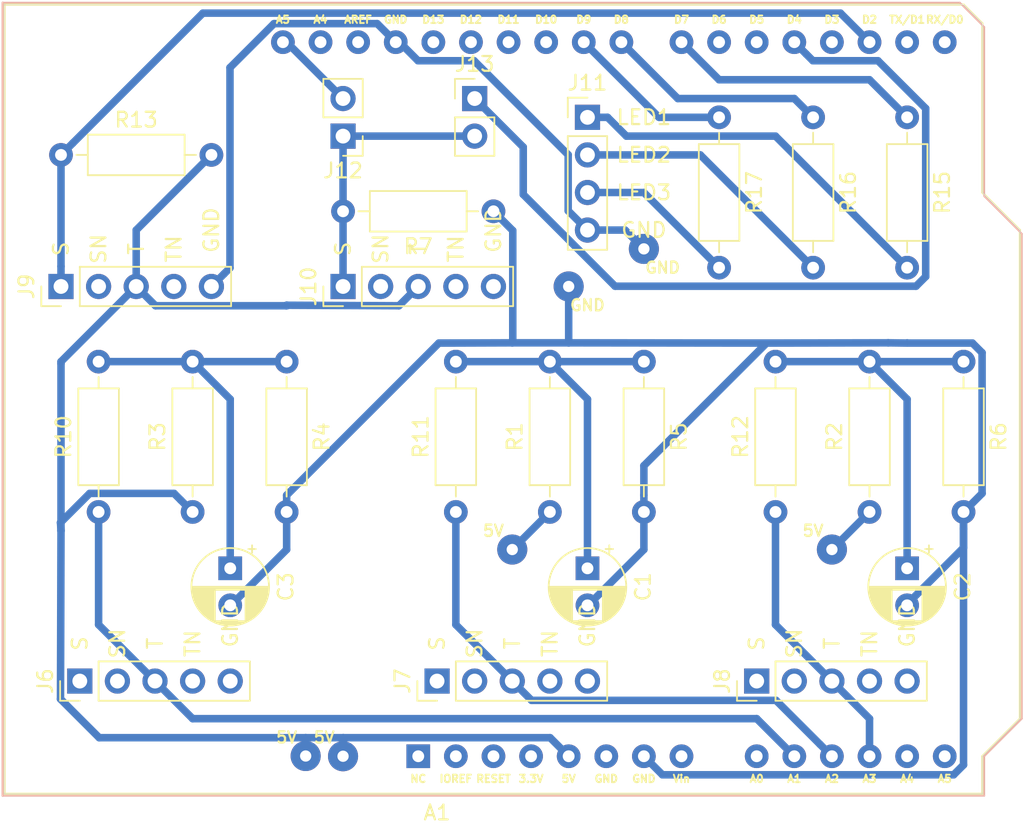
<source format=kicad_pcb>
(kicad_pcb (version 20171130) (host pcbnew 5.1.5-52549c5~84~ubuntu18.04.1)

  (general
    (thickness 1.6)
    (drawings 15)
    (tracks 144)
    (zones 0)
    (modules 26)
    (nets 53)
  )

  (page A4)
  (layers
    (0 F.Cu signal)
    (31 B.Cu signal)
    (32 B.Adhes user)
    (33 F.Adhes user)
    (34 B.Paste user)
    (35 F.Paste user)
    (36 B.SilkS user)
    (37 F.SilkS user)
    (38 B.Mask user)
    (39 F.Mask user)
    (40 Dwgs.User user)
    (41 Cmts.User user)
    (42 Eco1.User user)
    (43 Eco2.User user)
    (44 Edge.Cuts user)
    (45 Margin user)
    (46 B.CrtYd user)
    (47 F.CrtYd user)
    (48 B.Fab user)
    (49 F.Fab user)
  )

  (setup
    (last_trace_width 0.25)
    (trace_clearance 0.2)
    (zone_clearance 0.508)
    (zone_45_only no)
    (trace_min 0.2)
    (via_size 0.8)
    (via_drill 0.4)
    (via_min_size 0.4)
    (via_min_drill 0.3)
    (user_via 2.032 0.762)
    (uvia_size 0.3)
    (uvia_drill 0.1)
    (uvias_allowed no)
    (uvia_min_size 0.2)
    (uvia_min_drill 0.1)
    (edge_width 0.05)
    (segment_width 0.2)
    (pcb_text_width 0.3)
    (pcb_text_size 1.5 1.5)
    (mod_edge_width 0.12)
    (mod_text_size 1 1)
    (mod_text_width 0.15)
    (pad_size 1.524 1.524)
    (pad_drill 0.762)
    (pad_to_mask_clearance 0.051)
    (solder_mask_min_width 0.25)
    (aux_axis_origin 0 0)
    (visible_elements FFFFFF7F)
    (pcbplotparams
      (layerselection 0x010fc_ffffffff)
      (usegerberextensions false)
      (usegerberattributes false)
      (usegerberadvancedattributes false)
      (creategerberjobfile false)
      (excludeedgelayer true)
      (linewidth 0.100000)
      (plotframeref false)
      (viasonmask false)
      (mode 1)
      (useauxorigin false)
      (hpglpennumber 1)
      (hpglpenspeed 20)
      (hpglpendiameter 15.000000)
      (psnegative false)
      (psa4output false)
      (plotreference true)
      (plotvalue true)
      (plotinvisibletext false)
      (padsonsilk false)
      (subtractmaskfromsilk false)
      (outputformat 1)
      (mirror false)
      (drillshape 1)
      (scaleselection 1)
      (outputdirectory ""))
  )

  (net 0 "")
  (net 1 "Net-(A1-Pad16)")
  (net 2 "Net-(A1-Pad15)")
  (net 3 "Net-(A1-Pad30)")
  (net 4 "Net-(A1-Pad14)")
  (net 5 /GND)
  (net 6 "Net-(A1-Pad13)")
  (net 7 "Net-(A1-Pad28)")
  (net 8 "Net-(A1-Pad12)")
  (net 9 "Net-(A1-Pad27)")
  (net 10 "Net-(A1-Pad11)")
  (net 11 "Net-(A1-Pad26)")
  (net 12 "Net-(A1-Pad10)")
  (net 13 "Net-(A1-Pad25)")
  (net 14 "Net-(A1-Pad9)")
  (net 15 "Net-(A1-Pad24)")
  (net 16 "Net-(A1-Pad8)")
  (net 17 "Net-(A1-Pad23)")
  (net 18 "Net-(A1-Pad22)")
  (net 19 "Net-(A1-Pad6)")
  (net 20 "Net-(A1-Pad21)")
  (net 21 /Collector)
  (net 22 "Net-(A1-Pad20)")
  (net 23 "Net-(A1-Pad4)")
  (net 24 /Emitter)
  (net 25 "Net-(A1-Pad3)")
  (net 26 "Net-(A1-Pad18)")
  (net 27 "Net-(A1-Pad2)")
  (net 28 /Data)
  (net 29 "Net-(A1-Pad1)")
  (net 30 "Net-(A1-Pad31)")
  (net 31 "Net-(A1-Pad32)")
  (net 32 "Net-(C1-Pad1)")
  (net 33 "Net-(C2-Pad1)")
  (net 34 "Net-(C3-Pad1)")
  (net 35 "Net-(D1-Pad2)")
  (net 36 "Net-(D2-Pad2)")
  (net 37 "Net-(D3-Pad2)")
  (net 38 "Net-(J6-Pad4)")
  (net 39 "Net-(J6-Pad2)")
  (net 40 "Net-(J6-Pad1)")
  (net 41 "Net-(J7-Pad4)")
  (net 42 "Net-(J7-Pad2)")
  (net 43 "Net-(J7-Pad1)")
  (net 44 "Net-(J8-Pad4)")
  (net 45 "Net-(J8-Pad2)")
  (net 46 "Net-(J8-Pad1)")
  (net 47 "Net-(J9-Pad4)")
  (net 48 "Net-(J9-Pad2)")
  (net 49 "Net-(J10-Pad5)")
  (net 50 "Net-(J10-Pad4)")
  (net 51 "Net-(J10-Pad2)")
  (net 52 "Net-(A1-Pad19)")

  (net_class Default "This is the default net class."
    (clearance 0.2)
    (trace_width 0.25)
    (via_dia 0.8)
    (via_drill 0.4)
    (uvia_dia 0.3)
    (uvia_drill 0.1)
  )

  (net_class 20 ""
    (clearance 0.2)
    (trace_width 0.508)
    (via_dia 0.8)
    (via_drill 0.4)
    (uvia_dia 0.3)
    (uvia_drill 0.1)
    (add_net /Collector)
    (add_net /Data)
    (add_net /Emitter)
    (add_net /GND)
    (add_net "Net-(A1-Pad1)")
    (add_net "Net-(A1-Pad10)")
    (add_net "Net-(A1-Pad11)")
    (add_net "Net-(A1-Pad12)")
    (add_net "Net-(A1-Pad13)")
    (add_net "Net-(A1-Pad14)")
    (add_net "Net-(A1-Pad15)")
    (add_net "Net-(A1-Pad16)")
    (add_net "Net-(A1-Pad18)")
    (add_net "Net-(A1-Pad19)")
    (add_net "Net-(A1-Pad2)")
    (add_net "Net-(A1-Pad20)")
    (add_net "Net-(A1-Pad21)")
    (add_net "Net-(A1-Pad22)")
    (add_net "Net-(A1-Pad23)")
    (add_net "Net-(A1-Pad24)")
    (add_net "Net-(A1-Pad25)")
    (add_net "Net-(A1-Pad26)")
    (add_net "Net-(A1-Pad27)")
    (add_net "Net-(A1-Pad28)")
    (add_net "Net-(A1-Pad3)")
    (add_net "Net-(A1-Pad30)")
    (add_net "Net-(A1-Pad31)")
    (add_net "Net-(A1-Pad32)")
    (add_net "Net-(A1-Pad4)")
    (add_net "Net-(A1-Pad6)")
    (add_net "Net-(A1-Pad8)")
    (add_net "Net-(A1-Pad9)")
    (add_net "Net-(C1-Pad1)")
    (add_net "Net-(C2-Pad1)")
    (add_net "Net-(C3-Pad1)")
    (add_net "Net-(D1-Pad2)")
    (add_net "Net-(D2-Pad2)")
    (add_net "Net-(D3-Pad2)")
    (add_net "Net-(J10-Pad2)")
    (add_net "Net-(J10-Pad4)")
    (add_net "Net-(J10-Pad5)")
    (add_net "Net-(J6-Pad1)")
    (add_net "Net-(J6-Pad2)")
    (add_net "Net-(J6-Pad4)")
    (add_net "Net-(J7-Pad1)")
    (add_net "Net-(J7-Pad2)")
    (add_net "Net-(J7-Pad4)")
    (add_net "Net-(J8-Pad1)")
    (add_net "Net-(J8-Pad2)")
    (add_net "Net-(J8-Pad4)")
    (add_net "Net-(J9-Pad2)")
    (add_net "Net-(J9-Pad4)")
  )

  (module My_Arduino:Arduino_UNO_R3_shield (layer F.Cu) (tedit 5E485A86) (tstamp 5E48FF7D)
    (at 133.35 109.22)
    (descr "Arduino UNO R3, http://www.mouser.com/pdfdocs/Gravitech_Arduino_Nano3_0.pdf")
    (tags "Arduino UNO R3")
    (path /5E4000FE)
    (fp_text reference A1 (at 1.27 3.81 180) (layer F.SilkS)
      (effects (font (size 1 1) (thickness 0.15)))
    )
    (fp_text value Arduino_UNO_R3 (at 0 -22.86) (layer F.Fab) hide
      (effects (font (size 1 1) (thickness 0.15)))
    )
    (fp_text user A5 (at -9.144 -49.784) (layer F.SilkS)
      (effects (font (size 0.508 0.508) (thickness 0.127)))
    )
    (fp_text user A4 (at -6.604 -49.784) (layer F.SilkS)
      (effects (font (size 0.508 0.508) (thickness 0.127)))
    )
    (fp_text user AREF (at -4.064 -49.784) (layer F.SilkS)
      (effects (font (size 0.508 0.508) (thickness 0.127)))
    )
    (fp_text user GND (at -1.524 -49.784) (layer F.SilkS)
      (effects (font (size 0.508 0.508) (thickness 0.127)))
    )
    (fp_text user D13 (at 1.016 -49.784) (layer F.SilkS)
      (effects (font (size 0.508 0.508) (thickness 0.127)))
    )
    (fp_text user D12 (at 3.556 -49.784) (layer F.SilkS)
      (effects (font (size 0.508 0.508) (thickness 0.127)))
    )
    (fp_text user D11 (at 6.096 -49.784) (layer F.SilkS)
      (effects (font (size 0.508 0.508) (thickness 0.127)))
    )
    (fp_text user D10 (at 8.636 -49.784) (layer F.SilkS)
      (effects (font (size 0.508 0.508) (thickness 0.127)))
    )
    (fp_text user D9 (at 11.176 -49.784) (layer F.SilkS)
      (effects (font (size 0.508 0.508) (thickness 0.127)))
    )
    (fp_text user D8 (at 13.716 -49.784) (layer F.SilkS)
      (effects (font (size 0.508 0.508) (thickness 0.127)))
    )
    (fp_text user D7 (at 17.78 -49.784) (layer F.SilkS)
      (effects (font (size 0.508 0.508) (thickness 0.127)))
    )
    (fp_text user D6 (at 20.32 -49.784) (layer F.SilkS)
      (effects (font (size 0.508 0.508) (thickness 0.127)))
    )
    (fp_text user D5 (at 22.86 -49.784) (layer F.SilkS)
      (effects (font (size 0.508 0.508) (thickness 0.127)))
    )
    (fp_text user D4 (at 25.4 -49.784) (layer F.SilkS)
      (effects (font (size 0.508 0.508) (thickness 0.127)))
    )
    (fp_text user D3 (at 27.94 -49.784) (layer F.SilkS)
      (effects (font (size 0.508 0.508) (thickness 0.127)))
    )
    (fp_text user D2 (at 30.48 -49.784) (layer F.SilkS)
      (effects (font (size 0.508 0.508) (thickness 0.127)))
    )
    (fp_text user TX/D1 (at 33.02 -49.784) (layer F.SilkS)
      (effects (font (size 0.508 0.508) (thickness 0.127)))
    )
    (fp_text user RX/D0 (at 35.56 -49.784) (layer F.SilkS)
      (effects (font (size 0.508 0.508) (thickness 0.127)))
    )
    (fp_text user A5 (at 35.56 1.524) (layer F.SilkS)
      (effects (font (size 0.508 0.508) (thickness 0.127)))
    )
    (fp_text user A4 (at 33.02 1.524) (layer F.SilkS)
      (effects (font (size 0.508 0.508) (thickness 0.127)))
    )
    (fp_text user A3 (at 30.48 1.524) (layer F.SilkS)
      (effects (font (size 0.508 0.508) (thickness 0.127)))
    )
    (fp_text user A2 (at 27.94 1.524) (layer F.SilkS)
      (effects (font (size 0.508 0.508) (thickness 0.127)))
    )
    (fp_text user A1 (at 25.4 1.524) (layer F.SilkS)
      (effects (font (size 0.508 0.508) (thickness 0.127)))
    )
    (fp_text user A0 (at 22.86 1.524) (layer F.SilkS)
      (effects (font (size 0.508 0.508) (thickness 0.127)))
    )
    (fp_text user Vin (at 17.78 1.524) (layer F.SilkS)
      (effects (font (size 0.508 0.508) (thickness 0.127)))
    )
    (fp_text user GND (at 15.24 1.524) (layer F.SilkS)
      (effects (font (size 0.508 0.508) (thickness 0.127)))
    )
    (fp_text user GND (at 12.7 1.524) (layer F.SilkS)
      (effects (font (size 0.508 0.508) (thickness 0.127)))
    )
    (fp_text user RESET (at 5.08 1.524) (layer F.SilkS)
      (effects (font (size 0.508 0.508) (thickness 0.127)))
    )
    (fp_text user 5V (at 10.16 1.524) (layer F.SilkS)
      (effects (font (size 0.508 0.508) (thickness 0.127)))
    )
    (fp_text user 3.3V (at 7.62 1.524) (layer F.SilkS)
      (effects (font (size 0.508 0.508) (thickness 0.127)))
    )
    (fp_text user IOREF (at 2.54 1.524) (layer F.SilkS)
      (effects (font (size 0.508 0.508) (thickness 0.127)))
    )
    (fp_text user NC (at 0 1.524) (layer F.SilkS)
      (effects (font (size 0.508 0.508) (thickness 0.127)))
    )
    (fp_line (start -27.94 2.54) (end 38.1 2.54) (layer F.CrtYd) (width 0.12))
    (fp_line (start -27.94 -50.8) (end -27.94 2.54) (layer F.CrtYd) (width 0.12))
    (fp_line (start 36.83 -50.8) (end -27.94 -50.8) (layer F.CrtYd) (width 0.12))
    (fp_line (start 38.1 -49.53) (end 36.83 -50.8) (layer F.CrtYd) (width 0.12))
    (fp_line (start 38.1 -38.1) (end 38.1 -49.53) (layer F.CrtYd) (width 0.12))
    (fp_line (start 40.64 -35.56) (end 38.1 -38.1) (layer F.CrtYd) (width 0.12))
    (fp_line (start 40.64 -2.54) (end 40.64 -35.56) (layer F.CrtYd) (width 0.12))
    (fp_line (start 38.1 0) (end 40.64 -2.54) (layer F.CrtYd) (width 0.12))
    (fp_line (start 38.1 2.54) (end 38.1 0) (layer F.CrtYd) (width 0.12))
    (fp_line (start -27.94 2.54) (end 38.1 2.54) (layer F.SilkS) (width 0.15))
    (fp_line (start -27.94 -50.8) (end -27.94 2.54) (layer F.SilkS) (width 0.15))
    (fp_line (start 36.83 -50.8) (end -27.94 -50.8) (layer F.SilkS) (width 0.15))
    (fp_line (start 38.1 -49.53) (end 36.83 -50.8) (layer F.SilkS) (width 0.15))
    (fp_line (start 38.1 -38.1) (end 38.1 -49.53) (layer F.SilkS) (width 0.15))
    (fp_line (start 40.64 -35.56) (end 38.1 -38.1) (layer F.SilkS) (width 0.15))
    (fp_line (start 40.64 -2.54) (end 40.64 -35.56) (layer F.SilkS) (width 0.15))
    (fp_line (start 38.1 0) (end 40.64 -2.54) (layer F.SilkS) (width 0.15))
    (fp_line (start 38.1 2.54) (end 38.1 0) (layer F.SilkS) (width 0.15))
    (fp_line (start -28.07 2.67) (end -28.07 -50.93) (layer B.SilkS) (width 0.15))
    (fp_line (start -28.19 -51.05) (end -28.19 2.79) (layer B.CrtYd) (width 0.12))
    (fp_line (start 38.23 -37.85) (end 40.77 -35.31) (layer B.SilkS) (width 0.12))
    (fp_line (start 38.23 -49.28) (end 38.23 -37.85) (layer B.SilkS) (width 0.12))
    (fp_line (start 36.58 -50.93) (end 38.23 -49.28) (layer B.SilkS) (width 0.12))
    (fp_line (start -28.07 -50.93) (end 36.58 -50.93) (layer B.SilkS) (width 0.12))
    (fp_line (start 38.23 2.67) (end -28.07 2.67) (layer B.SilkS) (width 0.12))
    (fp_line (start 38.23 0) (end 38.23 2.67) (layer B.SilkS) (width 0.12))
    (fp_line (start 40.77 -2.54) (end 38.23 0) (layer B.SilkS) (width 0.12))
    (fp_line (start 40.77 -35.31) (end 40.77 -2.54) (layer B.SilkS) (width 0.12))
    (fp_line (start -28.19 2.79) (end 38.35 2.79) (layer B.CrtYd) (width 0.05))
    (fp_line (start 36.58 -51.05) (end -28.19 -51.05) (layer B.CrtYd) (width 0.05))
    (fp_line (start 38.35 -49.28) (end 36.58 -51.05) (layer B.CrtYd) (width 0.05))
    (fp_line (start 38.35 -37.85) (end 38.35 -49.28) (layer B.CrtYd) (width 0.05))
    (fp_line (start 40.89 -35.31) (end 38.35 -37.85) (layer B.CrtYd) (width 0.05))
    (fp_line (start 40.89 -2.54) (end 40.89 -35.31) (layer B.CrtYd) (width 0.05))
    (fp_line (start 38.35 0) (end 40.89 -2.54) (layer B.CrtYd) (width 0.05))
    (fp_line (start 38.35 2.79) (end 38.35 0) (layer B.CrtYd) (width 0.05))
    (pad 16 thru_hole oval (at 33.02 -48.26 270) (size 1.6 1.6) (drill 0.8) (layers *.Cu *.Mask)
      (net 1 "Net-(A1-Pad16)"))
    (pad 15 thru_hole oval (at 35.56 -48.26 270) (size 1.6 1.6) (drill 0.8) (layers *.Cu *.Mask)
      (net 2 "Net-(A1-Pad15)"))
    (pad 30 thru_hole oval (at -4.06 -48.26 270) (size 1.6 1.6) (drill 0.8) (layers *.Cu *.Mask)
      (net 3 "Net-(A1-Pad30)"))
    (pad 14 thru_hole oval (at 35.56 0 270) (size 1.6 1.6) (drill 0.8) (layers *.Cu *.Mask)
      (net 4 "Net-(A1-Pad14)"))
    (pad 29 thru_hole oval (at -1.52 -48.26 270) (size 1.6 1.6) (drill 0.8) (layers *.Cu *.Mask)
      (net 5 /GND))
    (pad 13 thru_hole oval (at 33.02 0 270) (size 1.6 1.6) (drill 0.8) (layers *.Cu *.Mask)
      (net 6 "Net-(A1-Pad13)"))
    (pad 28 thru_hole oval (at 1.02 -48.26 270) (size 1.6 1.6) (drill 0.8) (layers *.Cu *.Mask)
      (net 7 "Net-(A1-Pad28)"))
    (pad 12 thru_hole oval (at 30.48 0 270) (size 1.6 1.6) (drill 0.8) (layers *.Cu *.Mask)
      (net 8 "Net-(A1-Pad12)"))
    (pad 27 thru_hole oval (at 3.56 -48.26 270) (size 1.6 1.6) (drill 0.8) (layers *.Cu *.Mask)
      (net 9 "Net-(A1-Pad27)"))
    (pad 11 thru_hole oval (at 27.94 0 270) (size 1.6 1.6) (drill 0.8) (layers *.Cu *.Mask)
      (net 10 "Net-(A1-Pad11)"))
    (pad 26 thru_hole oval (at 6.1 -48.26 270) (size 1.6 1.6) (drill 0.8) (layers *.Cu *.Mask)
      (net 11 "Net-(A1-Pad26)"))
    (pad 10 thru_hole oval (at 25.4 0 270) (size 1.6 1.6) (drill 0.8) (layers *.Cu *.Mask)
      (net 12 "Net-(A1-Pad10)"))
    (pad 25 thru_hole oval (at 8.64 -48.26 270) (size 1.6 1.6) (drill 0.8) (layers *.Cu *.Mask)
      (net 13 "Net-(A1-Pad25)"))
    (pad 9 thru_hole oval (at 22.86 0 270) (size 1.6 1.6) (drill 0.8) (layers *.Cu *.Mask)
      (net 14 "Net-(A1-Pad9)"))
    (pad 24 thru_hole oval (at 11.18 -48.26 270) (size 1.6 1.6) (drill 0.8) (layers *.Cu *.Mask)
      (net 15 "Net-(A1-Pad24)"))
    (pad 8 thru_hole oval (at 17.78 0 270) (size 1.6 1.6) (drill 0.8) (layers *.Cu *.Mask)
      (net 16 "Net-(A1-Pad8)"))
    (pad 23 thru_hole oval (at 13.72 -48.26 270) (size 1.6 1.6) (drill 0.8) (layers *.Cu *.Mask)
      (net 17 "Net-(A1-Pad23)"))
    (pad 7 thru_hole oval (at 15.24 0 270) (size 1.6 1.6) (drill 0.8) (layers *.Cu *.Mask)
      (net 5 /GND))
    (pad 22 thru_hole oval (at 17.78 -48.26 270) (size 1.6 1.6) (drill 0.8) (layers *.Cu *.Mask)
      (net 18 "Net-(A1-Pad22)"))
    (pad 6 thru_hole oval (at 12.7 0 270) (size 1.6 1.6) (drill 0.8) (layers *.Cu *.Mask)
      (net 19 "Net-(A1-Pad6)"))
    (pad 21 thru_hole oval (at 20.32 -48.26 270) (size 1.6 1.6) (drill 0.8) (layers *.Cu *.Mask)
      (net 20 "Net-(A1-Pad21)"))
    (pad 5 thru_hole oval (at 10.16 0 270) (size 1.6 1.6) (drill 0.8) (layers *.Cu *.Mask)
      (net 21 /Collector))
    (pad 20 thru_hole oval (at 22.86 -48.26 270) (size 1.6 1.6) (drill 0.8) (layers *.Cu *.Mask)
      (net 22 "Net-(A1-Pad20)"))
    (pad 4 thru_hole oval (at 7.62 0 270) (size 1.6 1.6) (drill 0.8) (layers *.Cu *.Mask)
      (net 23 "Net-(A1-Pad4)"))
    (pad 19 thru_hole oval (at 25.4 -48.26 270) (size 1.6 1.6) (drill 0.8) (layers *.Cu *.Mask)
      (net 52 "Net-(A1-Pad19)"))
    (pad 3 thru_hole oval (at 5.08 0 270) (size 1.6 1.6) (drill 0.8) (layers *.Cu *.Mask)
      (net 25 "Net-(A1-Pad3)"))
    (pad 18 thru_hole oval (at 27.94 -48.26 270) (size 1.6 1.6) (drill 0.8) (layers *.Cu *.Mask)
      (net 26 "Net-(A1-Pad18)"))
    (pad 2 thru_hole oval (at 2.54 0 270) (size 1.6 1.6) (drill 0.8) (layers *.Cu *.Mask)
      (net 27 "Net-(A1-Pad2)"))
    (pad 17 thru_hole oval (at 30.48 -48.26 270) (size 1.6 1.6) (drill 0.8) (layers *.Cu *.Mask)
      (net 28 /Data))
    (pad 1 thru_hole rect (at 0 0 270) (size 1.6 1.6) (drill 0.8) (layers *.Cu *.Mask)
      (net 29 "Net-(A1-Pad1)"))
    (pad 31 thru_hole oval (at -6.6 -48.26 270) (size 1.6 1.6) (drill 0.8) (layers *.Cu *.Mask)
      (net 30 "Net-(A1-Pad31)"))
    (pad 32 thru_hole oval (at -9.14 -48.26 270) (size 1.6 1.6) (drill 0.8) (layers *.Cu *.Mask)
      (net 31 "Net-(A1-Pad32)"))
    (model ${KISYS3DMOD}/Module.3dshapes/Arduino_UNO_R3.wrl
      (at (xyz 0 0 0))
      (scale (xyz 1 1 1))
      (rotate (xyz 0 0 0))
    )
  )

  (module Connector_PinHeader_2.54mm:PinHeader_1x02_P2.54mm_Vertical (layer F.Cu) (tedit 59FED5CC) (tstamp 5E4864C9)
    (at 137.16 64.77)
    (descr "Through hole straight pin header, 1x02, 2.54mm pitch, single row")
    (tags "Through hole pin header THT 1x02 2.54mm single row")
    (path /5E4D0334)
    (fp_text reference J13 (at 0 -2.33) (layer F.SilkS)
      (effects (font (size 1 1) (thickness 0.15)))
    )
    (fp_text value Conn_01x02_Male (at 0 4.87 90) (layer F.Fab) hide
      (effects (font (size 1 1) (thickness 0.15)))
    )
    (fp_text user %R (at 0 1.27 90) (layer F.Fab)
      (effects (font (size 1 1) (thickness 0.15)))
    )
    (fp_line (start 1.8 -1.8) (end -1.8 -1.8) (layer F.CrtYd) (width 0.05))
    (fp_line (start 1.8 4.35) (end 1.8 -1.8) (layer F.CrtYd) (width 0.05))
    (fp_line (start -1.8 4.35) (end 1.8 4.35) (layer F.CrtYd) (width 0.05))
    (fp_line (start -1.8 -1.8) (end -1.8 4.35) (layer F.CrtYd) (width 0.05))
    (fp_line (start -1.33 -1.33) (end 0 -1.33) (layer F.SilkS) (width 0.12))
    (fp_line (start -1.33 0) (end -1.33 -1.33) (layer F.SilkS) (width 0.12))
    (fp_line (start -1.33 1.27) (end 1.33 1.27) (layer F.SilkS) (width 0.12))
    (fp_line (start 1.33 1.27) (end 1.33 3.87) (layer F.SilkS) (width 0.12))
    (fp_line (start -1.33 1.27) (end -1.33 3.87) (layer F.SilkS) (width 0.12))
    (fp_line (start -1.33 3.87) (end 1.33 3.87) (layer F.SilkS) (width 0.12))
    (fp_line (start -1.27 -0.635) (end -0.635 -1.27) (layer F.Fab) (width 0.1))
    (fp_line (start -1.27 3.81) (end -1.27 -0.635) (layer F.Fab) (width 0.1))
    (fp_line (start 1.27 3.81) (end -1.27 3.81) (layer F.Fab) (width 0.1))
    (fp_line (start 1.27 -1.27) (end 1.27 3.81) (layer F.Fab) (width 0.1))
    (fp_line (start -0.635 -1.27) (end 1.27 -1.27) (layer F.Fab) (width 0.1))
    (pad 2 thru_hole oval (at 0 2.54) (size 1.7 1.7) (drill 1) (layers *.Cu *.Mask)
      (net 24 /Emitter))
    (pad 1 thru_hole rect (at 0 0) (size 1.7 1.7) (drill 1) (layers *.Cu *.Mask)
      (net 52 "Net-(A1-Pad19)"))
    (model ${KISYS3DMOD}/Connector_PinHeader_2.54mm.3dshapes/PinHeader_1x02_P2.54mm_Vertical.wrl
      (at (xyz 0 0 0))
      (scale (xyz 1 1 1))
      (rotate (xyz 0 0 0))
    )
  )

  (module Connector_PinHeader_2.54mm:PinHeader_1x02_P2.54mm_Vertical (layer F.Cu) (tedit 59FED5CC) (tstamp 5E4864B3)
    (at 128.27 67.31 180)
    (descr "Through hole straight pin header, 1x02, 2.54mm pitch, single row")
    (tags "Through hole pin header THT 1x02 2.54mm single row")
    (path /5E4F32DC)
    (fp_text reference J12 (at 0 -2.33) (layer F.SilkS)
      (effects (font (size 1 1) (thickness 0.15)))
    )
    (fp_text value Conn_01x02_Male (at 0 4.87) (layer F.Fab) hide
      (effects (font (size 1 1) (thickness 0.15)))
    )
    (fp_text user %R (at 0 1.27 90) (layer F.Fab)
      (effects (font (size 1 1) (thickness 0.15)))
    )
    (fp_line (start 1.8 -1.8) (end -1.8 -1.8) (layer F.CrtYd) (width 0.05))
    (fp_line (start 1.8 4.35) (end 1.8 -1.8) (layer F.CrtYd) (width 0.05))
    (fp_line (start -1.8 4.35) (end 1.8 4.35) (layer F.CrtYd) (width 0.05))
    (fp_line (start -1.8 -1.8) (end -1.8 4.35) (layer F.CrtYd) (width 0.05))
    (fp_line (start -1.33 -1.33) (end 0 -1.33) (layer F.SilkS) (width 0.12))
    (fp_line (start -1.33 0) (end -1.33 -1.33) (layer F.SilkS) (width 0.12))
    (fp_line (start -1.33 1.27) (end 1.33 1.27) (layer F.SilkS) (width 0.12))
    (fp_line (start 1.33 1.27) (end 1.33 3.87) (layer F.SilkS) (width 0.12))
    (fp_line (start -1.33 1.27) (end -1.33 3.87) (layer F.SilkS) (width 0.12))
    (fp_line (start -1.33 3.87) (end 1.33 3.87) (layer F.SilkS) (width 0.12))
    (fp_line (start -1.27 -0.635) (end -0.635 -1.27) (layer F.Fab) (width 0.1))
    (fp_line (start -1.27 3.81) (end -1.27 -0.635) (layer F.Fab) (width 0.1))
    (fp_line (start 1.27 3.81) (end -1.27 3.81) (layer F.Fab) (width 0.1))
    (fp_line (start 1.27 -1.27) (end 1.27 3.81) (layer F.Fab) (width 0.1))
    (fp_line (start -0.635 -1.27) (end 1.27 -1.27) (layer F.Fab) (width 0.1))
    (pad 2 thru_hole oval (at 0 2.54 180) (size 1.7 1.7) (drill 1) (layers *.Cu *.Mask)
      (net 31 "Net-(A1-Pad32)"))
    (pad 1 thru_hole rect (at 0 0 180) (size 1.7 1.7) (drill 1) (layers *.Cu *.Mask)
      (net 24 /Emitter))
    (model ${KISYS3DMOD}/Connector_PinHeader_2.54mm.3dshapes/PinHeader_1x02_P2.54mm_Vertical.wrl
      (at (xyz 0 0 0))
      (scale (xyz 1 1 1))
      (rotate (xyz 0 0 0))
    )
  )

  (module Resistor_THT:R_Axial_DIN0207_L6.3mm_D2.5mm_P10.16mm_Horizontal (layer F.Cu) (tedit 5AE5139B) (tstamp 5E48498E)
    (at 153.67 66.04 270)
    (descr "Resistor, Axial_DIN0207 series, Axial, Horizontal, pin pitch=10.16mm, 0.25W = 1/4W, length*diameter=6.3*2.5mm^2, http://cdn-reichelt.de/documents/datenblatt/B400/1_4W%23YAG.pdf")
    (tags "Resistor Axial_DIN0207 series Axial Horizontal pin pitch 10.16mm 0.25W = 1/4W length 6.3mm diameter 2.5mm")
    (path /5E53F657)
    (fp_text reference R17 (at 5.08 -2.37 90) (layer F.SilkS)
      (effects (font (size 1 1) (thickness 0.15)))
    )
    (fp_text value 220R (at 5.08 2.37 90) (layer F.Fab)
      (effects (font (size 1 1) (thickness 0.15)))
    )
    (fp_text user %R (at 5.08 0 90) (layer F.Fab)
      (effects (font (size 1 1) (thickness 0.15)))
    )
    (fp_line (start 11.21 -1.5) (end -1.05 -1.5) (layer F.CrtYd) (width 0.05))
    (fp_line (start 11.21 1.5) (end 11.21 -1.5) (layer F.CrtYd) (width 0.05))
    (fp_line (start -1.05 1.5) (end 11.21 1.5) (layer F.CrtYd) (width 0.05))
    (fp_line (start -1.05 -1.5) (end -1.05 1.5) (layer F.CrtYd) (width 0.05))
    (fp_line (start 9.12 0) (end 8.35 0) (layer F.SilkS) (width 0.12))
    (fp_line (start 1.04 0) (end 1.81 0) (layer F.SilkS) (width 0.12))
    (fp_line (start 8.35 -1.37) (end 1.81 -1.37) (layer F.SilkS) (width 0.12))
    (fp_line (start 8.35 1.37) (end 8.35 -1.37) (layer F.SilkS) (width 0.12))
    (fp_line (start 1.81 1.37) (end 8.35 1.37) (layer F.SilkS) (width 0.12))
    (fp_line (start 1.81 -1.37) (end 1.81 1.37) (layer F.SilkS) (width 0.12))
    (fp_line (start 10.16 0) (end 8.23 0) (layer F.Fab) (width 0.1))
    (fp_line (start 0 0) (end 1.93 0) (layer F.Fab) (width 0.1))
    (fp_line (start 8.23 -1.25) (end 1.93 -1.25) (layer F.Fab) (width 0.1))
    (fp_line (start 8.23 1.25) (end 8.23 -1.25) (layer F.Fab) (width 0.1))
    (fp_line (start 1.93 1.25) (end 8.23 1.25) (layer F.Fab) (width 0.1))
    (fp_line (start 1.93 -1.25) (end 1.93 1.25) (layer F.Fab) (width 0.1))
    (pad 2 thru_hole oval (at 10.16 0 270) (size 1.6 1.6) (drill 0.8) (layers *.Cu *.Mask)
      (net 37 "Net-(D3-Pad2)"))
    (pad 1 thru_hole circle (at 0 0 270) (size 1.6 1.6) (drill 0.8) (layers *.Cu *.Mask)
      (net 15 "Net-(A1-Pad24)"))
    (model ${KISYS3DMOD}/Resistor_THT.3dshapes/R_Axial_DIN0207_L6.3mm_D2.5mm_P10.16mm_Horizontal.wrl
      (at (xyz 0 0 0))
      (scale (xyz 1 1 1))
      (rotate (xyz 0 0 0))
    )
  )

  (module Resistor_THT:R_Axial_DIN0207_L6.3mm_D2.5mm_P10.16mm_Horizontal (layer F.Cu) (tedit 5AE5139B) (tstamp 5E484977)
    (at 160.02 66.04 270)
    (descr "Resistor, Axial_DIN0207 series, Axial, Horizontal, pin pitch=10.16mm, 0.25W = 1/4W, length*diameter=6.3*2.5mm^2, http://cdn-reichelt.de/documents/datenblatt/B400/1_4W%23YAG.pdf")
    (tags "Resistor Axial_DIN0207 series Axial Horizontal pin pitch 10.16mm 0.25W = 1/4W length 6.3mm diameter 2.5mm")
    (path /5E53C70A)
    (fp_text reference R16 (at 5.08 -2.37 90) (layer F.SilkS)
      (effects (font (size 1 1) (thickness 0.15)))
    )
    (fp_text value 220R (at 5.08 2.37 90) (layer F.Fab)
      (effects (font (size 1 1) (thickness 0.15)))
    )
    (fp_text user %R (at 5.08 0 90) (layer F.Fab)
      (effects (font (size 1 1) (thickness 0.15)))
    )
    (fp_line (start 11.21 -1.5) (end -1.05 -1.5) (layer F.CrtYd) (width 0.05))
    (fp_line (start 11.21 1.5) (end 11.21 -1.5) (layer F.CrtYd) (width 0.05))
    (fp_line (start -1.05 1.5) (end 11.21 1.5) (layer F.CrtYd) (width 0.05))
    (fp_line (start -1.05 -1.5) (end -1.05 1.5) (layer F.CrtYd) (width 0.05))
    (fp_line (start 9.12 0) (end 8.35 0) (layer F.SilkS) (width 0.12))
    (fp_line (start 1.04 0) (end 1.81 0) (layer F.SilkS) (width 0.12))
    (fp_line (start 8.35 -1.37) (end 1.81 -1.37) (layer F.SilkS) (width 0.12))
    (fp_line (start 8.35 1.37) (end 8.35 -1.37) (layer F.SilkS) (width 0.12))
    (fp_line (start 1.81 1.37) (end 8.35 1.37) (layer F.SilkS) (width 0.12))
    (fp_line (start 1.81 -1.37) (end 1.81 1.37) (layer F.SilkS) (width 0.12))
    (fp_line (start 10.16 0) (end 8.23 0) (layer F.Fab) (width 0.1))
    (fp_line (start 0 0) (end 1.93 0) (layer F.Fab) (width 0.1))
    (fp_line (start 8.23 -1.25) (end 1.93 -1.25) (layer F.Fab) (width 0.1))
    (fp_line (start 8.23 1.25) (end 8.23 -1.25) (layer F.Fab) (width 0.1))
    (fp_line (start 1.93 1.25) (end 8.23 1.25) (layer F.Fab) (width 0.1))
    (fp_line (start 1.93 -1.25) (end 1.93 1.25) (layer F.Fab) (width 0.1))
    (pad 2 thru_hole oval (at 10.16 0 270) (size 1.6 1.6) (drill 0.8) (layers *.Cu *.Mask)
      (net 36 "Net-(D2-Pad2)"))
    (pad 1 thru_hole circle (at 0 0 270) (size 1.6 1.6) (drill 0.8) (layers *.Cu *.Mask)
      (net 17 "Net-(A1-Pad23)"))
    (model ${KISYS3DMOD}/Resistor_THT.3dshapes/R_Axial_DIN0207_L6.3mm_D2.5mm_P10.16mm_Horizontal.wrl
      (at (xyz 0 0 0))
      (scale (xyz 1 1 1))
      (rotate (xyz 0 0 0))
    )
  )

  (module Resistor_THT:R_Axial_DIN0207_L6.3mm_D2.5mm_P10.16mm_Horizontal (layer F.Cu) (tedit 5AE5139B) (tstamp 5E484960)
    (at 166.37 66.04 270)
    (descr "Resistor, Axial_DIN0207 series, Axial, Horizontal, pin pitch=10.16mm, 0.25W = 1/4W, length*diameter=6.3*2.5mm^2, http://cdn-reichelt.de/documents/datenblatt/B400/1_4W%23YAG.pdf")
    (tags "Resistor Axial_DIN0207 series Axial Horizontal pin pitch 10.16mm 0.25W = 1/4W length 6.3mm diameter 2.5mm")
    (path /5E53B609)
    (fp_text reference R15 (at 5.08 -2.37 90) (layer F.SilkS)
      (effects (font (size 1 1) (thickness 0.15)))
    )
    (fp_text value 220R (at 5.08 2.37 90) (layer F.Fab)
      (effects (font (size 1 1) (thickness 0.15)))
    )
    (fp_text user %R (at 5.08 0 90) (layer F.Fab)
      (effects (font (size 1 1) (thickness 0.15)))
    )
    (fp_line (start 11.21 -1.5) (end -1.05 -1.5) (layer F.CrtYd) (width 0.05))
    (fp_line (start 11.21 1.5) (end 11.21 -1.5) (layer F.CrtYd) (width 0.05))
    (fp_line (start -1.05 1.5) (end 11.21 1.5) (layer F.CrtYd) (width 0.05))
    (fp_line (start -1.05 -1.5) (end -1.05 1.5) (layer F.CrtYd) (width 0.05))
    (fp_line (start 9.12 0) (end 8.35 0) (layer F.SilkS) (width 0.12))
    (fp_line (start 1.04 0) (end 1.81 0) (layer F.SilkS) (width 0.12))
    (fp_line (start 8.35 -1.37) (end 1.81 -1.37) (layer F.SilkS) (width 0.12))
    (fp_line (start 8.35 1.37) (end 8.35 -1.37) (layer F.SilkS) (width 0.12))
    (fp_line (start 1.81 1.37) (end 8.35 1.37) (layer F.SilkS) (width 0.12))
    (fp_line (start 1.81 -1.37) (end 1.81 1.37) (layer F.SilkS) (width 0.12))
    (fp_line (start 10.16 0) (end 8.23 0) (layer F.Fab) (width 0.1))
    (fp_line (start 0 0) (end 1.93 0) (layer F.Fab) (width 0.1))
    (fp_line (start 8.23 -1.25) (end 1.93 -1.25) (layer F.Fab) (width 0.1))
    (fp_line (start 8.23 1.25) (end 8.23 -1.25) (layer F.Fab) (width 0.1))
    (fp_line (start 1.93 1.25) (end 8.23 1.25) (layer F.Fab) (width 0.1))
    (fp_line (start 1.93 -1.25) (end 1.93 1.25) (layer F.Fab) (width 0.1))
    (pad 2 thru_hole oval (at 10.16 0 270) (size 1.6 1.6) (drill 0.8) (layers *.Cu *.Mask)
      (net 35 "Net-(D1-Pad2)"))
    (pad 1 thru_hole circle (at 0 0 270) (size 1.6 1.6) (drill 0.8) (layers *.Cu *.Mask)
      (net 18 "Net-(A1-Pad22)"))
    (model ${KISYS3DMOD}/Resistor_THT.3dshapes/R_Axial_DIN0207_L6.3mm_D2.5mm_P10.16mm_Horizontal.wrl
      (at (xyz 0 0 0))
      (scale (xyz 1 1 1))
      (rotate (xyz 0 0 0))
    )
  )

  (module Resistor_THT:R_Axial_DIN0207_L6.3mm_D2.5mm_P10.16mm_Horizontal (layer F.Cu) (tedit 5AE5139B) (tstamp 5E484949)
    (at 109.22 68.58)
    (descr "Resistor, Axial_DIN0207 series, Axial, Horizontal, pin pitch=10.16mm, 0.25W = 1/4W, length*diameter=6.3*2.5mm^2, http://cdn-reichelt.de/documents/datenblatt/B400/1_4W%23YAG.pdf")
    (tags "Resistor Axial_DIN0207 series Axial Horizontal pin pitch 10.16mm 0.25W = 1/4W length 6.3mm diameter 2.5mm")
    (path /5E4F8DCE)
    (fp_text reference R13 (at 5.08 -2.37) (layer F.SilkS)
      (effects (font (size 1 1) (thickness 0.15)))
    )
    (fp_text value 4.7k (at 5.08 2.37) (layer F.Fab)
      (effects (font (size 1 1) (thickness 0.15)))
    )
    (fp_text user %R (at 5.08 0) (layer F.Fab)
      (effects (font (size 1 1) (thickness 0.15)))
    )
    (fp_line (start 11.21 -1.5) (end -1.05 -1.5) (layer F.CrtYd) (width 0.05))
    (fp_line (start 11.21 1.5) (end 11.21 -1.5) (layer F.CrtYd) (width 0.05))
    (fp_line (start -1.05 1.5) (end 11.21 1.5) (layer F.CrtYd) (width 0.05))
    (fp_line (start -1.05 -1.5) (end -1.05 1.5) (layer F.CrtYd) (width 0.05))
    (fp_line (start 9.12 0) (end 8.35 0) (layer F.SilkS) (width 0.12))
    (fp_line (start 1.04 0) (end 1.81 0) (layer F.SilkS) (width 0.12))
    (fp_line (start 8.35 -1.37) (end 1.81 -1.37) (layer F.SilkS) (width 0.12))
    (fp_line (start 8.35 1.37) (end 8.35 -1.37) (layer F.SilkS) (width 0.12))
    (fp_line (start 1.81 1.37) (end 8.35 1.37) (layer F.SilkS) (width 0.12))
    (fp_line (start 1.81 -1.37) (end 1.81 1.37) (layer F.SilkS) (width 0.12))
    (fp_line (start 10.16 0) (end 8.23 0) (layer F.Fab) (width 0.1))
    (fp_line (start 0 0) (end 1.93 0) (layer F.Fab) (width 0.1))
    (fp_line (start 8.23 -1.25) (end 1.93 -1.25) (layer F.Fab) (width 0.1))
    (fp_line (start 8.23 1.25) (end 8.23 -1.25) (layer F.Fab) (width 0.1))
    (fp_line (start 1.93 1.25) (end 8.23 1.25) (layer F.Fab) (width 0.1))
    (fp_line (start 1.93 -1.25) (end 1.93 1.25) (layer F.Fab) (width 0.1))
    (pad 2 thru_hole oval (at 10.16 0) (size 1.6 1.6) (drill 0.8) (layers *.Cu *.Mask)
      (net 21 /Collector))
    (pad 1 thru_hole circle (at 0 0) (size 1.6 1.6) (drill 0.8) (layers *.Cu *.Mask)
      (net 28 /Data))
    (model ${KISYS3DMOD}/Resistor_THT.3dshapes/R_Axial_DIN0207_L6.3mm_D2.5mm_P10.16mm_Horizontal.wrl
      (at (xyz 0 0 0))
      (scale (xyz 1 1 1))
      (rotate (xyz 0 0 0))
    )
  )

  (module Resistor_THT:R_Axial_DIN0207_L6.3mm_D2.5mm_P10.16mm_Horizontal (layer F.Cu) (tedit 5AE5139B) (tstamp 5E484932)
    (at 157.48 92.71 90)
    (descr "Resistor, Axial_DIN0207 series, Axial, Horizontal, pin pitch=10.16mm, 0.25W = 1/4W, length*diameter=6.3*2.5mm^2, http://cdn-reichelt.de/documents/datenblatt/B400/1_4W%23YAG.pdf")
    (tags "Resistor Axial_DIN0207 series Axial Horizontal pin pitch 10.16mm 0.25W = 1/4W length 6.3mm diameter 2.5mm")
    (path /5E490841)
    (fp_text reference R12 (at 5.08 -2.37 90) (layer F.SilkS)
      (effects (font (size 1 1) (thickness 0.15)))
    )
    (fp_text value 33R (at 5.08 2.37 90) (layer F.Fab)
      (effects (font (size 1 1) (thickness 0.15)))
    )
    (fp_text user %R (at 5.08 0 90) (layer F.Fab)
      (effects (font (size 1 1) (thickness 0.15)))
    )
    (fp_line (start 11.21 -1.5) (end -1.05 -1.5) (layer F.CrtYd) (width 0.05))
    (fp_line (start 11.21 1.5) (end 11.21 -1.5) (layer F.CrtYd) (width 0.05))
    (fp_line (start -1.05 1.5) (end 11.21 1.5) (layer F.CrtYd) (width 0.05))
    (fp_line (start -1.05 -1.5) (end -1.05 1.5) (layer F.CrtYd) (width 0.05))
    (fp_line (start 9.12 0) (end 8.35 0) (layer F.SilkS) (width 0.12))
    (fp_line (start 1.04 0) (end 1.81 0) (layer F.SilkS) (width 0.12))
    (fp_line (start 8.35 -1.37) (end 1.81 -1.37) (layer F.SilkS) (width 0.12))
    (fp_line (start 8.35 1.37) (end 8.35 -1.37) (layer F.SilkS) (width 0.12))
    (fp_line (start 1.81 1.37) (end 8.35 1.37) (layer F.SilkS) (width 0.12))
    (fp_line (start 1.81 -1.37) (end 1.81 1.37) (layer F.SilkS) (width 0.12))
    (fp_line (start 10.16 0) (end 8.23 0) (layer F.Fab) (width 0.1))
    (fp_line (start 0 0) (end 1.93 0) (layer F.Fab) (width 0.1))
    (fp_line (start 8.23 -1.25) (end 1.93 -1.25) (layer F.Fab) (width 0.1))
    (fp_line (start 8.23 1.25) (end 8.23 -1.25) (layer F.Fab) (width 0.1))
    (fp_line (start 1.93 1.25) (end 8.23 1.25) (layer F.Fab) (width 0.1))
    (fp_line (start 1.93 -1.25) (end 1.93 1.25) (layer F.Fab) (width 0.1))
    (pad 2 thru_hole oval (at 10.16 0 90) (size 1.6 1.6) (drill 0.8) (layers *.Cu *.Mask)
      (net 33 "Net-(C2-Pad1)"))
    (pad 1 thru_hole circle (at 0 0 90) (size 1.6 1.6) (drill 0.8) (layers *.Cu *.Mask)
      (net 8 "Net-(A1-Pad12)"))
    (model ${KISYS3DMOD}/Resistor_THT.3dshapes/R_Axial_DIN0207_L6.3mm_D2.5mm_P10.16mm_Horizontal.wrl
      (at (xyz 0 0 0))
      (scale (xyz 1 1 1))
      (rotate (xyz 0 0 0))
    )
  )

  (module Resistor_THT:R_Axial_DIN0207_L6.3mm_D2.5mm_P10.16mm_Horizontal (layer F.Cu) (tedit 5AE5139B) (tstamp 5E48491B)
    (at 135.89 92.71 90)
    (descr "Resistor, Axial_DIN0207 series, Axial, Horizontal, pin pitch=10.16mm, 0.25W = 1/4W, length*diameter=6.3*2.5mm^2, http://cdn-reichelt.de/documents/datenblatt/B400/1_4W%23YAG.pdf")
    (tags "Resistor Axial_DIN0207 series Axial Horizontal pin pitch 10.16mm 0.25W = 1/4W length 6.3mm diameter 2.5mm")
    (path /5E469BEF)
    (fp_text reference R11 (at 5.08 -2.37 90) (layer F.SilkS)
      (effects (font (size 1 1) (thickness 0.15)))
    )
    (fp_text value 33R (at 5.08 2.37 90) (layer F.Fab)
      (effects (font (size 1 1) (thickness 0.15)))
    )
    (fp_text user %R (at 5.08 0 90) (layer F.Fab)
      (effects (font (size 1 1) (thickness 0.15)))
    )
    (fp_line (start 11.21 -1.5) (end -1.05 -1.5) (layer F.CrtYd) (width 0.05))
    (fp_line (start 11.21 1.5) (end 11.21 -1.5) (layer F.CrtYd) (width 0.05))
    (fp_line (start -1.05 1.5) (end 11.21 1.5) (layer F.CrtYd) (width 0.05))
    (fp_line (start -1.05 -1.5) (end -1.05 1.5) (layer F.CrtYd) (width 0.05))
    (fp_line (start 9.12 0) (end 8.35 0) (layer F.SilkS) (width 0.12))
    (fp_line (start 1.04 0) (end 1.81 0) (layer F.SilkS) (width 0.12))
    (fp_line (start 8.35 -1.37) (end 1.81 -1.37) (layer F.SilkS) (width 0.12))
    (fp_line (start 8.35 1.37) (end 8.35 -1.37) (layer F.SilkS) (width 0.12))
    (fp_line (start 1.81 1.37) (end 8.35 1.37) (layer F.SilkS) (width 0.12))
    (fp_line (start 1.81 -1.37) (end 1.81 1.37) (layer F.SilkS) (width 0.12))
    (fp_line (start 10.16 0) (end 8.23 0) (layer F.Fab) (width 0.1))
    (fp_line (start 0 0) (end 1.93 0) (layer F.Fab) (width 0.1))
    (fp_line (start 8.23 -1.25) (end 1.93 -1.25) (layer F.Fab) (width 0.1))
    (fp_line (start 8.23 1.25) (end 8.23 -1.25) (layer F.Fab) (width 0.1))
    (fp_line (start 1.93 1.25) (end 8.23 1.25) (layer F.Fab) (width 0.1))
    (fp_line (start 1.93 -1.25) (end 1.93 1.25) (layer F.Fab) (width 0.1))
    (pad 2 thru_hole oval (at 10.16 0 90) (size 1.6 1.6) (drill 0.8) (layers *.Cu *.Mask)
      (net 32 "Net-(C1-Pad1)"))
    (pad 1 thru_hole circle (at 0 0 90) (size 1.6 1.6) (drill 0.8) (layers *.Cu *.Mask)
      (net 10 "Net-(A1-Pad11)"))
    (model ${KISYS3DMOD}/Resistor_THT.3dshapes/R_Axial_DIN0207_L6.3mm_D2.5mm_P10.16mm_Horizontal.wrl
      (at (xyz 0 0 0))
      (scale (xyz 1 1 1))
      (rotate (xyz 0 0 0))
    )
  )

  (module Resistor_THT:R_Axial_DIN0207_L6.3mm_D2.5mm_P10.16mm_Horizontal (layer F.Cu) (tedit 5AE5139B) (tstamp 5E484904)
    (at 111.76 92.71 90)
    (descr "Resistor, Axial_DIN0207 series, Axial, Horizontal, pin pitch=10.16mm, 0.25W = 1/4W, length*diameter=6.3*2.5mm^2, http://cdn-reichelt.de/documents/datenblatt/B400/1_4W%23YAG.pdf")
    (tags "Resistor Axial_DIN0207 series Axial Horizontal pin pitch 10.16mm 0.25W = 1/4W length 6.3mm diameter 2.5mm")
    (path /5E42DB7E)
    (fp_text reference R10 (at 5.08 -2.37 90) (layer F.SilkS)
      (effects (font (size 1 1) (thickness 0.15)))
    )
    (fp_text value 33R (at 5.08 2.37 90) (layer F.Fab)
      (effects (font (size 1 1) (thickness 0.15)))
    )
    (fp_text user %R (at 5.08 0 90) (layer F.Fab)
      (effects (font (size 1 1) (thickness 0.15)))
    )
    (fp_line (start 11.21 -1.5) (end -1.05 -1.5) (layer F.CrtYd) (width 0.05))
    (fp_line (start 11.21 1.5) (end 11.21 -1.5) (layer F.CrtYd) (width 0.05))
    (fp_line (start -1.05 1.5) (end 11.21 1.5) (layer F.CrtYd) (width 0.05))
    (fp_line (start -1.05 -1.5) (end -1.05 1.5) (layer F.CrtYd) (width 0.05))
    (fp_line (start 9.12 0) (end 8.35 0) (layer F.SilkS) (width 0.12))
    (fp_line (start 1.04 0) (end 1.81 0) (layer F.SilkS) (width 0.12))
    (fp_line (start 8.35 -1.37) (end 1.81 -1.37) (layer F.SilkS) (width 0.12))
    (fp_line (start 8.35 1.37) (end 8.35 -1.37) (layer F.SilkS) (width 0.12))
    (fp_line (start 1.81 1.37) (end 8.35 1.37) (layer F.SilkS) (width 0.12))
    (fp_line (start 1.81 -1.37) (end 1.81 1.37) (layer F.SilkS) (width 0.12))
    (fp_line (start 10.16 0) (end 8.23 0) (layer F.Fab) (width 0.1))
    (fp_line (start 0 0) (end 1.93 0) (layer F.Fab) (width 0.1))
    (fp_line (start 8.23 -1.25) (end 1.93 -1.25) (layer F.Fab) (width 0.1))
    (fp_line (start 8.23 1.25) (end 8.23 -1.25) (layer F.Fab) (width 0.1))
    (fp_line (start 1.93 1.25) (end 8.23 1.25) (layer F.Fab) (width 0.1))
    (fp_line (start 1.93 -1.25) (end 1.93 1.25) (layer F.Fab) (width 0.1))
    (pad 2 thru_hole oval (at 10.16 0 90) (size 1.6 1.6) (drill 0.8) (layers *.Cu *.Mask)
      (net 34 "Net-(C3-Pad1)"))
    (pad 1 thru_hole circle (at 0 0 90) (size 1.6 1.6) (drill 0.8) (layers *.Cu *.Mask)
      (net 12 "Net-(A1-Pad10)"))
    (model ${KISYS3DMOD}/Resistor_THT.3dshapes/R_Axial_DIN0207_L6.3mm_D2.5mm_P10.16mm_Horizontal.wrl
      (at (xyz 0 0 0))
      (scale (xyz 1 1 1))
      (rotate (xyz 0 0 0))
    )
  )

  (module Resistor_THT:R_Axial_DIN0207_L6.3mm_D2.5mm_P10.16mm_Horizontal (layer F.Cu) (tedit 5AE5139B) (tstamp 5E4848ED)
    (at 138.43 72.39 180)
    (descr "Resistor, Axial_DIN0207 series, Axial, Horizontal, pin pitch=10.16mm, 0.25W = 1/4W, length*diameter=6.3*2.5mm^2, http://cdn-reichelt.de/documents/datenblatt/B400/1_4W%23YAG.pdf")
    (tags "Resistor Axial_DIN0207 series Axial Horizontal pin pitch 10.16mm 0.25W = 1/4W length 6.3mm diameter 2.5mm")
    (path /5E613A8C)
    (fp_text reference R7 (at 5.08 -2.37) (layer F.SilkS)
      (effects (font (size 1 1) (thickness 0.15)))
    )
    (fp_text value 1k (at 5.08 2.37) (layer F.Fab)
      (effects (font (size 1 1) (thickness 0.15)))
    )
    (fp_text user %R (at 5.08 0) (layer F.Fab)
      (effects (font (size 1 1) (thickness 0.15)))
    )
    (fp_line (start 11.21 -1.5) (end -1.05 -1.5) (layer F.CrtYd) (width 0.05))
    (fp_line (start 11.21 1.5) (end 11.21 -1.5) (layer F.CrtYd) (width 0.05))
    (fp_line (start -1.05 1.5) (end 11.21 1.5) (layer F.CrtYd) (width 0.05))
    (fp_line (start -1.05 -1.5) (end -1.05 1.5) (layer F.CrtYd) (width 0.05))
    (fp_line (start 9.12 0) (end 8.35 0) (layer F.SilkS) (width 0.12))
    (fp_line (start 1.04 0) (end 1.81 0) (layer F.SilkS) (width 0.12))
    (fp_line (start 8.35 -1.37) (end 1.81 -1.37) (layer F.SilkS) (width 0.12))
    (fp_line (start 8.35 1.37) (end 8.35 -1.37) (layer F.SilkS) (width 0.12))
    (fp_line (start 1.81 1.37) (end 8.35 1.37) (layer F.SilkS) (width 0.12))
    (fp_line (start 1.81 -1.37) (end 1.81 1.37) (layer F.SilkS) (width 0.12))
    (fp_line (start 10.16 0) (end 8.23 0) (layer F.Fab) (width 0.1))
    (fp_line (start 0 0) (end 1.93 0) (layer F.Fab) (width 0.1))
    (fp_line (start 8.23 -1.25) (end 1.93 -1.25) (layer F.Fab) (width 0.1))
    (fp_line (start 8.23 1.25) (end 8.23 -1.25) (layer F.Fab) (width 0.1))
    (fp_line (start 1.93 1.25) (end 8.23 1.25) (layer F.Fab) (width 0.1))
    (fp_line (start 1.93 -1.25) (end 1.93 1.25) (layer F.Fab) (width 0.1))
    (pad 2 thru_hole oval (at 10.16 0 180) (size 1.6 1.6) (drill 0.8) (layers *.Cu *.Mask)
      (net 24 /Emitter))
    (pad 1 thru_hole circle (at 0 0 180) (size 1.6 1.6) (drill 0.8) (layers *.Cu *.Mask)
      (net 5 /GND))
    (model ${KISYS3DMOD}/Resistor_THT.3dshapes/R_Axial_DIN0207_L6.3mm_D2.5mm_P10.16mm_Horizontal.wrl
      (at (xyz 0 0 0))
      (scale (xyz 1 1 1))
      (rotate (xyz 0 0 0))
    )
  )

  (module Resistor_THT:R_Axial_DIN0207_L6.3mm_D2.5mm_P10.16mm_Horizontal (layer F.Cu) (tedit 5AE5139B) (tstamp 5E4848D6)
    (at 170.18 82.55 270)
    (descr "Resistor, Axial_DIN0207 series, Axial, Horizontal, pin pitch=10.16mm, 0.25W = 1/4W, length*diameter=6.3*2.5mm^2, http://cdn-reichelt.de/documents/datenblatt/B400/1_4W%23YAG.pdf")
    (tags "Resistor Axial_DIN0207 series Axial Horizontal pin pitch 10.16mm 0.25W = 1/4W length 6.3mm diameter 2.5mm")
    (path /5E4A0502)
    (fp_text reference R6 (at 5.08 -2.37 90) (layer F.SilkS)
      (effects (font (size 1 1) (thickness 0.15)))
    )
    (fp_text value 10k (at 5.08 2.37 90) (layer F.Fab)
      (effects (font (size 1 1) (thickness 0.15)))
    )
    (fp_text user %R (at 5.08 0 90) (layer F.Fab)
      (effects (font (size 1 1) (thickness 0.15)))
    )
    (fp_line (start 11.21 -1.5) (end -1.05 -1.5) (layer F.CrtYd) (width 0.05))
    (fp_line (start 11.21 1.5) (end 11.21 -1.5) (layer F.CrtYd) (width 0.05))
    (fp_line (start -1.05 1.5) (end 11.21 1.5) (layer F.CrtYd) (width 0.05))
    (fp_line (start -1.05 -1.5) (end -1.05 1.5) (layer F.CrtYd) (width 0.05))
    (fp_line (start 9.12 0) (end 8.35 0) (layer F.SilkS) (width 0.12))
    (fp_line (start 1.04 0) (end 1.81 0) (layer F.SilkS) (width 0.12))
    (fp_line (start 8.35 -1.37) (end 1.81 -1.37) (layer F.SilkS) (width 0.12))
    (fp_line (start 8.35 1.37) (end 8.35 -1.37) (layer F.SilkS) (width 0.12))
    (fp_line (start 1.81 1.37) (end 8.35 1.37) (layer F.SilkS) (width 0.12))
    (fp_line (start 1.81 -1.37) (end 1.81 1.37) (layer F.SilkS) (width 0.12))
    (fp_line (start 10.16 0) (end 8.23 0) (layer F.Fab) (width 0.1))
    (fp_line (start 0 0) (end 1.93 0) (layer F.Fab) (width 0.1))
    (fp_line (start 8.23 -1.25) (end 1.93 -1.25) (layer F.Fab) (width 0.1))
    (fp_line (start 8.23 1.25) (end 8.23 -1.25) (layer F.Fab) (width 0.1))
    (fp_line (start 1.93 1.25) (end 8.23 1.25) (layer F.Fab) (width 0.1))
    (fp_line (start 1.93 -1.25) (end 1.93 1.25) (layer F.Fab) (width 0.1))
    (pad 2 thru_hole oval (at 10.16 0 270) (size 1.6 1.6) (drill 0.8) (layers *.Cu *.Mask)
      (net 5 /GND))
    (pad 1 thru_hole circle (at 0 0 270) (size 1.6 1.6) (drill 0.8) (layers *.Cu *.Mask)
      (net 33 "Net-(C2-Pad1)"))
    (model ${KISYS3DMOD}/Resistor_THT.3dshapes/R_Axial_DIN0207_L6.3mm_D2.5mm_P10.16mm_Horizontal.wrl
      (at (xyz 0 0 0))
      (scale (xyz 1 1 1))
      (rotate (xyz 0 0 0))
    )
  )

  (module Resistor_THT:R_Axial_DIN0207_L6.3mm_D2.5mm_P10.16mm_Horizontal (layer F.Cu) (tedit 5AE5139B) (tstamp 5E4848BF)
    (at 148.59 82.55 270)
    (descr "Resistor, Axial_DIN0207 series, Axial, Horizontal, pin pitch=10.16mm, 0.25W = 1/4W, length*diameter=6.3*2.5mm^2, http://cdn-reichelt.de/documents/datenblatt/B400/1_4W%23YAG.pdf")
    (tags "Resistor Axial_DIN0207 series Axial Horizontal pin pitch 10.16mm 0.25W = 1/4W length 6.3mm diameter 2.5mm")
    (path /5E4700C7)
    (fp_text reference R5 (at 5.08 -2.37 90) (layer F.SilkS)
      (effects (font (size 1 1) (thickness 0.15)))
    )
    (fp_text value 10k (at 5.08 2.37 90) (layer F.Fab)
      (effects (font (size 1 1) (thickness 0.15)))
    )
    (fp_text user %R (at 5.08 0 90) (layer F.Fab)
      (effects (font (size 1 1) (thickness 0.15)))
    )
    (fp_line (start 11.21 -1.5) (end -1.05 -1.5) (layer F.CrtYd) (width 0.05))
    (fp_line (start 11.21 1.5) (end 11.21 -1.5) (layer F.CrtYd) (width 0.05))
    (fp_line (start -1.05 1.5) (end 11.21 1.5) (layer F.CrtYd) (width 0.05))
    (fp_line (start -1.05 -1.5) (end -1.05 1.5) (layer F.CrtYd) (width 0.05))
    (fp_line (start 9.12 0) (end 8.35 0) (layer F.SilkS) (width 0.12))
    (fp_line (start 1.04 0) (end 1.81 0) (layer F.SilkS) (width 0.12))
    (fp_line (start 8.35 -1.37) (end 1.81 -1.37) (layer F.SilkS) (width 0.12))
    (fp_line (start 8.35 1.37) (end 8.35 -1.37) (layer F.SilkS) (width 0.12))
    (fp_line (start 1.81 1.37) (end 8.35 1.37) (layer F.SilkS) (width 0.12))
    (fp_line (start 1.81 -1.37) (end 1.81 1.37) (layer F.SilkS) (width 0.12))
    (fp_line (start 10.16 0) (end 8.23 0) (layer F.Fab) (width 0.1))
    (fp_line (start 0 0) (end 1.93 0) (layer F.Fab) (width 0.1))
    (fp_line (start 8.23 -1.25) (end 1.93 -1.25) (layer F.Fab) (width 0.1))
    (fp_line (start 8.23 1.25) (end 8.23 -1.25) (layer F.Fab) (width 0.1))
    (fp_line (start 1.93 1.25) (end 8.23 1.25) (layer F.Fab) (width 0.1))
    (fp_line (start 1.93 -1.25) (end 1.93 1.25) (layer F.Fab) (width 0.1))
    (pad 2 thru_hole oval (at 10.16 0 270) (size 1.6 1.6) (drill 0.8) (layers *.Cu *.Mask)
      (net 5 /GND))
    (pad 1 thru_hole circle (at 0 0 270) (size 1.6 1.6) (drill 0.8) (layers *.Cu *.Mask)
      (net 32 "Net-(C1-Pad1)"))
    (model ${KISYS3DMOD}/Resistor_THT.3dshapes/R_Axial_DIN0207_L6.3mm_D2.5mm_P10.16mm_Horizontal.wrl
      (at (xyz 0 0 0))
      (scale (xyz 1 1 1))
      (rotate (xyz 0 0 0))
    )
  )

  (module Resistor_THT:R_Axial_DIN0207_L6.3mm_D2.5mm_P10.16mm_Horizontal (layer F.Cu) (tedit 5AE5139B) (tstamp 5E4848A8)
    (at 124.46 82.55 270)
    (descr "Resistor, Axial_DIN0207 series, Axial, Horizontal, pin pitch=10.16mm, 0.25W = 1/4W, length*diameter=6.3*2.5mm^2, http://cdn-reichelt.de/documents/datenblatt/B400/1_4W%23YAG.pdf")
    (tags "Resistor Axial_DIN0207 series Axial Horizontal pin pitch 10.16mm 0.25W = 1/4W length 6.3mm diameter 2.5mm")
    (path /5E443359)
    (fp_text reference R4 (at 5.08 -2.37 90) (layer F.SilkS)
      (effects (font (size 1 1) (thickness 0.15)))
    )
    (fp_text value 10k (at 5.08 2.37 90) (layer F.Fab)
      (effects (font (size 1 1) (thickness 0.15)))
    )
    (fp_text user %R (at 5.08 0 90) (layer F.Fab)
      (effects (font (size 1 1) (thickness 0.15)))
    )
    (fp_line (start 11.21 -1.5) (end -1.05 -1.5) (layer F.CrtYd) (width 0.05))
    (fp_line (start 11.21 1.5) (end 11.21 -1.5) (layer F.CrtYd) (width 0.05))
    (fp_line (start -1.05 1.5) (end 11.21 1.5) (layer F.CrtYd) (width 0.05))
    (fp_line (start -1.05 -1.5) (end -1.05 1.5) (layer F.CrtYd) (width 0.05))
    (fp_line (start 9.12 0) (end 8.35 0) (layer F.SilkS) (width 0.12))
    (fp_line (start 1.04 0) (end 1.81 0) (layer F.SilkS) (width 0.12))
    (fp_line (start 8.35 -1.37) (end 1.81 -1.37) (layer F.SilkS) (width 0.12))
    (fp_line (start 8.35 1.37) (end 8.35 -1.37) (layer F.SilkS) (width 0.12))
    (fp_line (start 1.81 1.37) (end 8.35 1.37) (layer F.SilkS) (width 0.12))
    (fp_line (start 1.81 -1.37) (end 1.81 1.37) (layer F.SilkS) (width 0.12))
    (fp_line (start 10.16 0) (end 8.23 0) (layer F.Fab) (width 0.1))
    (fp_line (start 0 0) (end 1.93 0) (layer F.Fab) (width 0.1))
    (fp_line (start 8.23 -1.25) (end 1.93 -1.25) (layer F.Fab) (width 0.1))
    (fp_line (start 8.23 1.25) (end 8.23 -1.25) (layer F.Fab) (width 0.1))
    (fp_line (start 1.93 1.25) (end 8.23 1.25) (layer F.Fab) (width 0.1))
    (fp_line (start 1.93 -1.25) (end 1.93 1.25) (layer F.Fab) (width 0.1))
    (pad 2 thru_hole oval (at 10.16 0 270) (size 1.6 1.6) (drill 0.8) (layers *.Cu *.Mask)
      (net 5 /GND))
    (pad 1 thru_hole circle (at 0 0 270) (size 1.6 1.6) (drill 0.8) (layers *.Cu *.Mask)
      (net 34 "Net-(C3-Pad1)"))
    (model ${KISYS3DMOD}/Resistor_THT.3dshapes/R_Axial_DIN0207_L6.3mm_D2.5mm_P10.16mm_Horizontal.wrl
      (at (xyz 0 0 0))
      (scale (xyz 1 1 1))
      (rotate (xyz 0 0 0))
    )
  )

  (module Resistor_THT:R_Axial_DIN0207_L6.3mm_D2.5mm_P10.16mm_Horizontal (layer F.Cu) (tedit 5AE5139B) (tstamp 5E484891)
    (at 118.11 92.71 90)
    (descr "Resistor, Axial_DIN0207 series, Axial, Horizontal, pin pitch=10.16mm, 0.25W = 1/4W, length*diameter=6.3*2.5mm^2, http://cdn-reichelt.de/documents/datenblatt/B400/1_4W%23YAG.pdf")
    (tags "Resistor Axial_DIN0207 series Axial Horizontal pin pitch 10.16mm 0.25W = 1/4W length 6.3mm diameter 2.5mm")
    (path /5E443353)
    (fp_text reference R3 (at 5.08 -2.37 90) (layer F.SilkS)
      (effects (font (size 1 1) (thickness 0.15)))
    )
    (fp_text value 10k (at 5.08 2.37 90) (layer F.Fab)
      (effects (font (size 1 1) (thickness 0.15)))
    )
    (fp_text user %R (at 5.08 0 90) (layer F.Fab)
      (effects (font (size 1 1) (thickness 0.15)))
    )
    (fp_line (start 11.21 -1.5) (end -1.05 -1.5) (layer F.CrtYd) (width 0.05))
    (fp_line (start 11.21 1.5) (end 11.21 -1.5) (layer F.CrtYd) (width 0.05))
    (fp_line (start -1.05 1.5) (end 11.21 1.5) (layer F.CrtYd) (width 0.05))
    (fp_line (start -1.05 -1.5) (end -1.05 1.5) (layer F.CrtYd) (width 0.05))
    (fp_line (start 9.12 0) (end 8.35 0) (layer F.SilkS) (width 0.12))
    (fp_line (start 1.04 0) (end 1.81 0) (layer F.SilkS) (width 0.12))
    (fp_line (start 8.35 -1.37) (end 1.81 -1.37) (layer F.SilkS) (width 0.12))
    (fp_line (start 8.35 1.37) (end 8.35 -1.37) (layer F.SilkS) (width 0.12))
    (fp_line (start 1.81 1.37) (end 8.35 1.37) (layer F.SilkS) (width 0.12))
    (fp_line (start 1.81 -1.37) (end 1.81 1.37) (layer F.SilkS) (width 0.12))
    (fp_line (start 10.16 0) (end 8.23 0) (layer F.Fab) (width 0.1))
    (fp_line (start 0 0) (end 1.93 0) (layer F.Fab) (width 0.1))
    (fp_line (start 8.23 -1.25) (end 1.93 -1.25) (layer F.Fab) (width 0.1))
    (fp_line (start 8.23 1.25) (end 8.23 -1.25) (layer F.Fab) (width 0.1))
    (fp_line (start 1.93 1.25) (end 8.23 1.25) (layer F.Fab) (width 0.1))
    (fp_line (start 1.93 -1.25) (end 1.93 1.25) (layer F.Fab) (width 0.1))
    (pad 2 thru_hole oval (at 10.16 0 90) (size 1.6 1.6) (drill 0.8) (layers *.Cu *.Mask)
      (net 34 "Net-(C3-Pad1)"))
    (pad 1 thru_hole circle (at 0 0 90) (size 1.6 1.6) (drill 0.8) (layers *.Cu *.Mask)
      (net 21 /Collector))
    (model ${KISYS3DMOD}/Resistor_THT.3dshapes/R_Axial_DIN0207_L6.3mm_D2.5mm_P10.16mm_Horizontal.wrl
      (at (xyz 0 0 0))
      (scale (xyz 1 1 1))
      (rotate (xyz 0 0 0))
    )
  )

  (module Resistor_THT:R_Axial_DIN0207_L6.3mm_D2.5mm_P10.16mm_Horizontal (layer F.Cu) (tedit 5AE5139B) (tstamp 5E48487A)
    (at 163.83 92.71 90)
    (descr "Resistor, Axial_DIN0207 series, Axial, Horizontal, pin pitch=10.16mm, 0.25W = 1/4W, length*diameter=6.3*2.5mm^2, http://cdn-reichelt.de/documents/datenblatt/B400/1_4W%23YAG.pdf")
    (tags "Resistor Axial_DIN0207 series Axial Horizontal pin pitch 10.16mm 0.25W = 1/4W length 6.3mm diameter 2.5mm")
    (path /5E4A04FC)
    (fp_text reference R2 (at 5.08 -2.37 90) (layer F.SilkS)
      (effects (font (size 1 1) (thickness 0.15)))
    )
    (fp_text value 10k (at 5.08 2.37 90) (layer F.Fab)
      (effects (font (size 1 1) (thickness 0.15)))
    )
    (fp_text user %R (at 5.08 0 90) (layer F.Fab)
      (effects (font (size 1 1) (thickness 0.15)))
    )
    (fp_line (start 11.21 -1.5) (end -1.05 -1.5) (layer F.CrtYd) (width 0.05))
    (fp_line (start 11.21 1.5) (end 11.21 -1.5) (layer F.CrtYd) (width 0.05))
    (fp_line (start -1.05 1.5) (end 11.21 1.5) (layer F.CrtYd) (width 0.05))
    (fp_line (start -1.05 -1.5) (end -1.05 1.5) (layer F.CrtYd) (width 0.05))
    (fp_line (start 9.12 0) (end 8.35 0) (layer F.SilkS) (width 0.12))
    (fp_line (start 1.04 0) (end 1.81 0) (layer F.SilkS) (width 0.12))
    (fp_line (start 8.35 -1.37) (end 1.81 -1.37) (layer F.SilkS) (width 0.12))
    (fp_line (start 8.35 1.37) (end 8.35 -1.37) (layer F.SilkS) (width 0.12))
    (fp_line (start 1.81 1.37) (end 8.35 1.37) (layer F.SilkS) (width 0.12))
    (fp_line (start 1.81 -1.37) (end 1.81 1.37) (layer F.SilkS) (width 0.12))
    (fp_line (start 10.16 0) (end 8.23 0) (layer F.Fab) (width 0.1))
    (fp_line (start 0 0) (end 1.93 0) (layer F.Fab) (width 0.1))
    (fp_line (start 8.23 -1.25) (end 1.93 -1.25) (layer F.Fab) (width 0.1))
    (fp_line (start 8.23 1.25) (end 8.23 -1.25) (layer F.Fab) (width 0.1))
    (fp_line (start 1.93 1.25) (end 8.23 1.25) (layer F.Fab) (width 0.1))
    (fp_line (start 1.93 -1.25) (end 1.93 1.25) (layer F.Fab) (width 0.1))
    (pad 2 thru_hole oval (at 10.16 0 90) (size 1.6 1.6) (drill 0.8) (layers *.Cu *.Mask)
      (net 33 "Net-(C2-Pad1)"))
    (pad 1 thru_hole circle (at 0 0 90) (size 1.6 1.6) (drill 0.8) (layers *.Cu *.Mask)
      (net 21 /Collector))
    (model ${KISYS3DMOD}/Resistor_THT.3dshapes/R_Axial_DIN0207_L6.3mm_D2.5mm_P10.16mm_Horizontal.wrl
      (at (xyz 0 0 0))
      (scale (xyz 1 1 1))
      (rotate (xyz 0 0 0))
    )
  )

  (module Resistor_THT:R_Axial_DIN0207_L6.3mm_D2.5mm_P10.16mm_Horizontal (layer F.Cu) (tedit 5AE5139B) (tstamp 5E484863)
    (at 142.24 92.71 90)
    (descr "Resistor, Axial_DIN0207 series, Axial, Horizontal, pin pitch=10.16mm, 0.25W = 1/4W, length*diameter=6.3*2.5mm^2, http://cdn-reichelt.de/documents/datenblatt/B400/1_4W%23YAG.pdf")
    (tags "Resistor Axial_DIN0207 series Axial Horizontal pin pitch 10.16mm 0.25W = 1/4W length 6.3mm diameter 2.5mm")
    (path /5E46F044)
    (fp_text reference R1 (at 5.08 -2.37 90) (layer F.SilkS)
      (effects (font (size 1 1) (thickness 0.15)))
    )
    (fp_text value 10k (at 5.08 2.37 90) (layer F.Fab)
      (effects (font (size 1 1) (thickness 0.15)))
    )
    (fp_text user %R (at 5.08 0 90) (layer F.Fab)
      (effects (font (size 1 1) (thickness 0.15)))
    )
    (fp_line (start 11.21 -1.5) (end -1.05 -1.5) (layer F.CrtYd) (width 0.05))
    (fp_line (start 11.21 1.5) (end 11.21 -1.5) (layer F.CrtYd) (width 0.05))
    (fp_line (start -1.05 1.5) (end 11.21 1.5) (layer F.CrtYd) (width 0.05))
    (fp_line (start -1.05 -1.5) (end -1.05 1.5) (layer F.CrtYd) (width 0.05))
    (fp_line (start 9.12 0) (end 8.35 0) (layer F.SilkS) (width 0.12))
    (fp_line (start 1.04 0) (end 1.81 0) (layer F.SilkS) (width 0.12))
    (fp_line (start 8.35 -1.37) (end 1.81 -1.37) (layer F.SilkS) (width 0.12))
    (fp_line (start 8.35 1.37) (end 8.35 -1.37) (layer F.SilkS) (width 0.12))
    (fp_line (start 1.81 1.37) (end 8.35 1.37) (layer F.SilkS) (width 0.12))
    (fp_line (start 1.81 -1.37) (end 1.81 1.37) (layer F.SilkS) (width 0.12))
    (fp_line (start 10.16 0) (end 8.23 0) (layer F.Fab) (width 0.1))
    (fp_line (start 0 0) (end 1.93 0) (layer F.Fab) (width 0.1))
    (fp_line (start 8.23 -1.25) (end 1.93 -1.25) (layer F.Fab) (width 0.1))
    (fp_line (start 8.23 1.25) (end 8.23 -1.25) (layer F.Fab) (width 0.1))
    (fp_line (start 1.93 1.25) (end 8.23 1.25) (layer F.Fab) (width 0.1))
    (fp_line (start 1.93 -1.25) (end 1.93 1.25) (layer F.Fab) (width 0.1))
    (pad 2 thru_hole oval (at 10.16 0 90) (size 1.6 1.6) (drill 0.8) (layers *.Cu *.Mask)
      (net 32 "Net-(C1-Pad1)"))
    (pad 1 thru_hole circle (at 0 0 90) (size 1.6 1.6) (drill 0.8) (layers *.Cu *.Mask)
      (net 21 /Collector))
    (model ${KISYS3DMOD}/Resistor_THT.3dshapes/R_Axial_DIN0207_L6.3mm_D2.5mm_P10.16mm_Horizontal.wrl
      (at (xyz 0 0 0))
      (scale (xyz 1 1 1))
      (rotate (xyz 0 0 0))
    )
  )

  (module My_Headers:4-pin_3_LED_header (layer F.Cu) (tedit 5E402AFA) (tstamp 5E484837)
    (at 144.78 66.04)
    (descr "Through hole straight pin header, 1x04, 2.54mm pitch, single row")
    (tags "Through hole pin header THT 1x04 2.54mm single row")
    (path /5E6DC405)
    (fp_text reference J11 (at 0 -2.33) (layer F.SilkS)
      (effects (font (size 1 1) (thickness 0.15)))
    )
    (fp_text value 4-pin_3LED_header (at 0 9.95) (layer F.Fab) hide
      (effects (font (size 1 1) (thickness 0.15)))
    )
    (fp_text user GND (at 3.81 7.62) (layer F.SilkS)
      (effects (font (size 1 1) (thickness 0.15)))
    )
    (fp_text user LED3 (at 3.81 5.08) (layer F.SilkS)
      (effects (font (size 1 1) (thickness 0.15)))
    )
    (fp_text user LED2 (at 3.81 2.54) (layer F.SilkS)
      (effects (font (size 1 1) (thickness 0.15)))
    )
    (fp_text user LED1 (at 3.81 0) (layer F.SilkS)
      (effects (font (size 1 1) (thickness 0.15)))
    )
    (fp_line (start 1.8 -1.8) (end -1.8 -1.8) (layer F.CrtYd) (width 0.05))
    (fp_line (start 1.8 9.4) (end 1.8 -1.8) (layer F.CrtYd) (width 0.05))
    (fp_line (start -1.8 9.4) (end 1.8 9.4) (layer F.CrtYd) (width 0.05))
    (fp_line (start -1.8 -1.8) (end -1.8 9.4) (layer F.CrtYd) (width 0.05))
    (fp_line (start -1.33 -1.33) (end 0 -1.33) (layer F.SilkS) (width 0.12))
    (fp_line (start -1.33 0) (end -1.33 -1.33) (layer F.SilkS) (width 0.12))
    (fp_line (start -1.33 1.27) (end 1.33 1.27) (layer F.SilkS) (width 0.12))
    (fp_line (start 1.33 1.27) (end 1.33 8.95) (layer F.SilkS) (width 0.12))
    (fp_line (start -1.33 1.27) (end -1.33 8.95) (layer F.SilkS) (width 0.12))
    (fp_line (start -1.33 8.95) (end 1.33 8.95) (layer F.SilkS) (width 0.12))
    (fp_line (start -1.27 -0.635) (end -0.635 -1.27) (layer F.Fab) (width 0.1))
    (fp_line (start -1.27 8.89) (end -1.27 -0.635) (layer F.Fab) (width 0.1))
    (fp_line (start 1.27 8.89) (end -1.27 8.89) (layer F.Fab) (width 0.1))
    (fp_line (start 1.27 -1.27) (end 1.27 8.89) (layer F.Fab) (width 0.1))
    (fp_line (start -0.635 -1.27) (end 1.27 -1.27) (layer F.Fab) (width 0.1))
    (pad 4 thru_hole oval (at 0 7.62) (size 1.7 1.7) (drill 1) (layers *.Cu *.Mask)
      (net 5 /GND))
    (pad 3 thru_hole oval (at 0 5.08) (size 1.7 1.7) (drill 1) (layers *.Cu *.Mask)
      (net 37 "Net-(D3-Pad2)"))
    (pad 2 thru_hole oval (at 0 2.54) (size 1.7 1.7) (drill 1) (layers *.Cu *.Mask)
      (net 36 "Net-(D2-Pad2)"))
    (pad 1 thru_hole rect (at 0 0) (size 1.7 1.7) (drill 1) (layers *.Cu *.Mask)
      (net 35 "Net-(D1-Pad2)"))
    (model ${KISYS3DMOD}/Connector_PinHeader_2.54mm.3dshapes/PinHeader_1x04_P2.54mm_Vertical.wrl
      (at (xyz 0 0 0))
      (scale (xyz 1 1 1))
      (rotate (xyz 0 0 0))
    )
  )

  (module My_Headers:5-pin_3,5mm_audio_jack_header (layer F.Cu) (tedit 5E4027AB) (tstamp 5E48481C)
    (at 128.27 77.47 90)
    (descr "Through hole straight pin header, 1x05, 2.54mm pitch, single row")
    (tags "Through hole pin header THT 1x05 2.54mm single row")
    (path /5E5AD60C)
    (fp_text reference J10 (at 0 -2.33 90) (layer F.SilkS)
      (effects (font (size 1 1) (thickness 0.15)))
    )
    (fp_text value 5-pin_3-pole_3,5mm_audio_header (at 10.16 12.7 90) (layer F.Fab) hide
      (effects (font (size 1 1) (thickness 0.15)))
    )
    (fp_text user GND (at 3.81 10.16 90) (layer F.SilkS)
      (effects (font (size 1 1) (thickness 0.15)))
    )
    (fp_text user TN (at 2.54 7.62 90) (layer F.SilkS)
      (effects (font (size 1 1) (thickness 0.15)))
    )
    (fp_text user T (at 2.54 5.08 90) (layer F.SilkS)
      (effects (font (size 1 1) (thickness 0.15)))
    )
    (fp_text user SN (at 2.54 2.54 90) (layer F.SilkS)
      (effects (font (size 1 1) (thickness 0.15)))
    )
    (fp_text user S (at 2.54 0 90) (layer F.SilkS)
      (effects (font (size 1 1) (thickness 0.15)))
    )
    (fp_line (start 1.8 -1.8) (end -1.8 -1.8) (layer F.CrtYd) (width 0.05))
    (fp_line (start 1.8 11.95) (end 1.8 -1.8) (layer F.CrtYd) (width 0.05))
    (fp_line (start -1.8 11.95) (end 1.8 11.95) (layer F.CrtYd) (width 0.05))
    (fp_line (start -1.8 -1.8) (end -1.8 11.95) (layer F.CrtYd) (width 0.05))
    (fp_line (start -1.33 -1.33) (end 0 -1.33) (layer F.SilkS) (width 0.12))
    (fp_line (start -1.33 0) (end -1.33 -1.33) (layer F.SilkS) (width 0.12))
    (fp_line (start -1.33 1.27) (end 1.33 1.27) (layer F.SilkS) (width 0.12))
    (fp_line (start 1.33 1.27) (end 1.33 11.49) (layer F.SilkS) (width 0.12))
    (fp_line (start -1.33 1.27) (end -1.33 11.49) (layer F.SilkS) (width 0.12))
    (fp_line (start -1.33 11.49) (end 1.33 11.49) (layer F.SilkS) (width 0.12))
    (fp_line (start -1.27 -0.635) (end -0.635 -1.27) (layer F.Fab) (width 0.1))
    (fp_line (start -1.27 11.43) (end -1.27 -0.635) (layer F.Fab) (width 0.1))
    (fp_line (start 1.27 11.43) (end -1.27 11.43) (layer F.Fab) (width 0.1))
    (fp_line (start 1.27 -1.27) (end 1.27 11.43) (layer F.Fab) (width 0.1))
    (fp_line (start -0.635 -1.27) (end 1.27 -1.27) (layer F.Fab) (width 0.1))
    (pad 5 thru_hole oval (at 0 10.16 90) (size 1.7 1.7) (drill 1) (layers *.Cu *.Mask)
      (net 49 "Net-(J10-Pad5)"))
    (pad 4 thru_hole oval (at 0 7.62 90) (size 1.7 1.7) (drill 1) (layers *.Cu *.Mask)
      (net 50 "Net-(J10-Pad4)"))
    (pad 3 thru_hole oval (at 0 5.08 90) (size 1.7 1.7) (drill 1) (layers *.Cu *.Mask)
      (net 21 /Collector))
    (pad 2 thru_hole oval (at 0 2.54 90) (size 1.7 1.7) (drill 1) (layers *.Cu *.Mask)
      (net 51 "Net-(J10-Pad2)"))
    (pad 1 thru_hole rect (at 0 0 90) (size 1.7 1.7) (drill 1) (layers *.Cu *.Mask)
      (net 24 /Emitter))
    (model ${KISYS3DMOD}/Connector_PinHeader_2.54mm.3dshapes/PinHeader_1x05_P2.54mm_Vertical.wrl
      (at (xyz 0 0 0))
      (scale (xyz 1 1 1))
      (rotate (xyz 0 0 0))
    )
  )

  (module My_Headers:5-pin_3,5mm_audio_jack_header (layer F.Cu) (tedit 5E4027AB) (tstamp 5E4847FF)
    (at 109.22 77.47 90)
    (descr "Through hole straight pin header, 1x05, 2.54mm pitch, single row")
    (tags "Through hole pin header THT 1x05 2.54mm single row")
    (path /5E5ABB60)
    (fp_text reference J9 (at 0 -2.33 90) (layer F.SilkS)
      (effects (font (size 1 1) (thickness 0.15)))
    )
    (fp_text value 5-pin_3-pole_3,5mm_audio_header (at 10.16 12.7 90) (layer F.Fab) hide
      (effects (font (size 1 1) (thickness 0.15)))
    )
    (fp_text user GND (at 3.81 10.16 90) (layer F.SilkS)
      (effects (font (size 1 1) (thickness 0.15)))
    )
    (fp_text user TN (at 2.54 7.62 90) (layer F.SilkS)
      (effects (font (size 1 1) (thickness 0.15)))
    )
    (fp_text user T (at 2.54 5.08 90) (layer F.SilkS)
      (effects (font (size 1 1) (thickness 0.15)))
    )
    (fp_text user SN (at 2.54 2.54 90) (layer F.SilkS)
      (effects (font (size 1 1) (thickness 0.15)))
    )
    (fp_text user S (at 2.54 0 90) (layer F.SilkS)
      (effects (font (size 1 1) (thickness 0.15)))
    )
    (fp_line (start 1.8 -1.8) (end -1.8 -1.8) (layer F.CrtYd) (width 0.05))
    (fp_line (start 1.8 11.95) (end 1.8 -1.8) (layer F.CrtYd) (width 0.05))
    (fp_line (start -1.8 11.95) (end 1.8 11.95) (layer F.CrtYd) (width 0.05))
    (fp_line (start -1.8 -1.8) (end -1.8 11.95) (layer F.CrtYd) (width 0.05))
    (fp_line (start -1.33 -1.33) (end 0 -1.33) (layer F.SilkS) (width 0.12))
    (fp_line (start -1.33 0) (end -1.33 -1.33) (layer F.SilkS) (width 0.12))
    (fp_line (start -1.33 1.27) (end 1.33 1.27) (layer F.SilkS) (width 0.12))
    (fp_line (start 1.33 1.27) (end 1.33 11.49) (layer F.SilkS) (width 0.12))
    (fp_line (start -1.33 1.27) (end -1.33 11.49) (layer F.SilkS) (width 0.12))
    (fp_line (start -1.33 11.49) (end 1.33 11.49) (layer F.SilkS) (width 0.12))
    (fp_line (start -1.27 -0.635) (end -0.635 -1.27) (layer F.Fab) (width 0.1))
    (fp_line (start -1.27 11.43) (end -1.27 -0.635) (layer F.Fab) (width 0.1))
    (fp_line (start 1.27 11.43) (end -1.27 11.43) (layer F.Fab) (width 0.1))
    (fp_line (start 1.27 -1.27) (end 1.27 11.43) (layer F.Fab) (width 0.1))
    (fp_line (start -0.635 -1.27) (end 1.27 -1.27) (layer F.Fab) (width 0.1))
    (pad 5 thru_hole oval (at 0 10.16 90) (size 1.7 1.7) (drill 1) (layers *.Cu *.Mask)
      (net 5 /GND))
    (pad 4 thru_hole oval (at 0 7.62 90) (size 1.7 1.7) (drill 1) (layers *.Cu *.Mask)
      (net 47 "Net-(J9-Pad4)"))
    (pad 3 thru_hole oval (at 0 5.08 90) (size 1.7 1.7) (drill 1) (layers *.Cu *.Mask)
      (net 21 /Collector))
    (pad 2 thru_hole oval (at 0 2.54 90) (size 1.7 1.7) (drill 1) (layers *.Cu *.Mask)
      (net 48 "Net-(J9-Pad2)"))
    (pad 1 thru_hole rect (at 0 0 90) (size 1.7 1.7) (drill 1) (layers *.Cu *.Mask)
      (net 28 /Data))
    (model ${KISYS3DMOD}/Connector_PinHeader_2.54mm.3dshapes/PinHeader_1x05_P2.54mm_Vertical.wrl
      (at (xyz 0 0 0))
      (scale (xyz 1 1 1))
      (rotate (xyz 0 0 0))
    )
  )

  (module My_Headers:5-pin_3,5mm_audio_jack_header (layer F.Cu) (tedit 5E4027AB) (tstamp 5E4847E2)
    (at 156.21 104.14 90)
    (descr "Through hole straight pin header, 1x05, 2.54mm pitch, single row")
    (tags "Through hole pin header THT 1x05 2.54mm single row")
    (path /5E5A234B)
    (fp_text reference J8 (at 0 -2.33 90) (layer F.SilkS)
      (effects (font (size 1 1) (thickness 0.15)))
    )
    (fp_text value 5-pin_3-pole_3,5mm_audio_header (at 10.16 12.7 90) (layer F.Fab) hide
      (effects (font (size 1 1) (thickness 0.15)))
    )
    (fp_text user GND (at 3.81 10.16 90) (layer F.SilkS)
      (effects (font (size 1 1) (thickness 0.15)))
    )
    (fp_text user TN (at 2.54 7.62 90) (layer F.SilkS)
      (effects (font (size 1 1) (thickness 0.15)))
    )
    (fp_text user T (at 2.54 5.08 90) (layer F.SilkS)
      (effects (font (size 1 1) (thickness 0.15)))
    )
    (fp_text user SN (at 2.54 2.54 90) (layer F.SilkS)
      (effects (font (size 1 1) (thickness 0.15)))
    )
    (fp_text user S (at 2.54 0 90) (layer F.SilkS)
      (effects (font (size 1 1) (thickness 0.15)))
    )
    (fp_line (start 1.8 -1.8) (end -1.8 -1.8) (layer F.CrtYd) (width 0.05))
    (fp_line (start 1.8 11.95) (end 1.8 -1.8) (layer F.CrtYd) (width 0.05))
    (fp_line (start -1.8 11.95) (end 1.8 11.95) (layer F.CrtYd) (width 0.05))
    (fp_line (start -1.8 -1.8) (end -1.8 11.95) (layer F.CrtYd) (width 0.05))
    (fp_line (start -1.33 -1.33) (end 0 -1.33) (layer F.SilkS) (width 0.12))
    (fp_line (start -1.33 0) (end -1.33 -1.33) (layer F.SilkS) (width 0.12))
    (fp_line (start -1.33 1.27) (end 1.33 1.27) (layer F.SilkS) (width 0.12))
    (fp_line (start 1.33 1.27) (end 1.33 11.49) (layer F.SilkS) (width 0.12))
    (fp_line (start -1.33 1.27) (end -1.33 11.49) (layer F.SilkS) (width 0.12))
    (fp_line (start -1.33 11.49) (end 1.33 11.49) (layer F.SilkS) (width 0.12))
    (fp_line (start -1.27 -0.635) (end -0.635 -1.27) (layer F.Fab) (width 0.1))
    (fp_line (start -1.27 11.43) (end -1.27 -0.635) (layer F.Fab) (width 0.1))
    (fp_line (start 1.27 11.43) (end -1.27 11.43) (layer F.Fab) (width 0.1))
    (fp_line (start 1.27 -1.27) (end 1.27 11.43) (layer F.Fab) (width 0.1))
    (fp_line (start -0.635 -1.27) (end 1.27 -1.27) (layer F.Fab) (width 0.1))
    (pad 5 thru_hole oval (at 0 10.16 90) (size 1.7 1.7) (drill 1) (layers *.Cu *.Mask)
      (net 33 "Net-(C2-Pad1)"))
    (pad 4 thru_hole oval (at 0 7.62 90) (size 1.7 1.7) (drill 1) (layers *.Cu *.Mask)
      (net 44 "Net-(J8-Pad4)"))
    (pad 3 thru_hole oval (at 0 5.08 90) (size 1.7 1.7) (drill 1) (layers *.Cu *.Mask)
      (net 8 "Net-(A1-Pad12)"))
    (pad 2 thru_hole oval (at 0 2.54 90) (size 1.7 1.7) (drill 1) (layers *.Cu *.Mask)
      (net 45 "Net-(J8-Pad2)"))
    (pad 1 thru_hole rect (at 0 0 90) (size 1.7 1.7) (drill 1) (layers *.Cu *.Mask)
      (net 46 "Net-(J8-Pad1)"))
    (model ${KISYS3DMOD}/Connector_PinHeader_2.54mm.3dshapes/PinHeader_1x05_P2.54mm_Vertical.wrl
      (at (xyz 0 0 0))
      (scale (xyz 1 1 1))
      (rotate (xyz 0 0 0))
    )
  )

  (module My_Headers:5-pin_3,5mm_audio_jack_header (layer F.Cu) (tedit 5E4027AB) (tstamp 5E4847C5)
    (at 134.62 104.14 90)
    (descr "Through hole straight pin header, 1x05, 2.54mm pitch, single row")
    (tags "Through hole pin header THT 1x05 2.54mm single row")
    (path /5E59BE1A)
    (fp_text reference J7 (at 0 -2.33 90) (layer F.SilkS)
      (effects (font (size 1 1) (thickness 0.15)))
    )
    (fp_text value 5-pin_3-pole_3,5mm_audio_header (at 10.16 12.7 90) (layer F.Fab) hide
      (effects (font (size 1 1) (thickness 0.15)))
    )
    (fp_text user GND (at 3.81 10.16 90) (layer F.SilkS)
      (effects (font (size 1 1) (thickness 0.15)))
    )
    (fp_text user TN (at 2.54 7.62 90) (layer F.SilkS)
      (effects (font (size 1 1) (thickness 0.15)))
    )
    (fp_text user T (at 2.54 5.08 90) (layer F.SilkS)
      (effects (font (size 1 1) (thickness 0.15)))
    )
    (fp_text user SN (at 2.54 2.54 90) (layer F.SilkS)
      (effects (font (size 1 1) (thickness 0.15)))
    )
    (fp_text user S (at 2.54 0 90) (layer F.SilkS)
      (effects (font (size 1 1) (thickness 0.15)))
    )
    (fp_line (start 1.8 -1.8) (end -1.8 -1.8) (layer F.CrtYd) (width 0.05))
    (fp_line (start 1.8 11.95) (end 1.8 -1.8) (layer F.CrtYd) (width 0.05))
    (fp_line (start -1.8 11.95) (end 1.8 11.95) (layer F.CrtYd) (width 0.05))
    (fp_line (start -1.8 -1.8) (end -1.8 11.95) (layer F.CrtYd) (width 0.05))
    (fp_line (start -1.33 -1.33) (end 0 -1.33) (layer F.SilkS) (width 0.12))
    (fp_line (start -1.33 0) (end -1.33 -1.33) (layer F.SilkS) (width 0.12))
    (fp_line (start -1.33 1.27) (end 1.33 1.27) (layer F.SilkS) (width 0.12))
    (fp_line (start 1.33 1.27) (end 1.33 11.49) (layer F.SilkS) (width 0.12))
    (fp_line (start -1.33 1.27) (end -1.33 11.49) (layer F.SilkS) (width 0.12))
    (fp_line (start -1.33 11.49) (end 1.33 11.49) (layer F.SilkS) (width 0.12))
    (fp_line (start -1.27 -0.635) (end -0.635 -1.27) (layer F.Fab) (width 0.1))
    (fp_line (start -1.27 11.43) (end -1.27 -0.635) (layer F.Fab) (width 0.1))
    (fp_line (start 1.27 11.43) (end -1.27 11.43) (layer F.Fab) (width 0.1))
    (fp_line (start 1.27 -1.27) (end 1.27 11.43) (layer F.Fab) (width 0.1))
    (fp_line (start -0.635 -1.27) (end 1.27 -1.27) (layer F.Fab) (width 0.1))
    (pad 5 thru_hole oval (at 0 10.16 90) (size 1.7 1.7) (drill 1) (layers *.Cu *.Mask)
      (net 32 "Net-(C1-Pad1)"))
    (pad 4 thru_hole oval (at 0 7.62 90) (size 1.7 1.7) (drill 1) (layers *.Cu *.Mask)
      (net 41 "Net-(J7-Pad4)"))
    (pad 3 thru_hole oval (at 0 5.08 90) (size 1.7 1.7) (drill 1) (layers *.Cu *.Mask)
      (net 10 "Net-(A1-Pad11)"))
    (pad 2 thru_hole oval (at 0 2.54 90) (size 1.7 1.7) (drill 1) (layers *.Cu *.Mask)
      (net 42 "Net-(J7-Pad2)"))
    (pad 1 thru_hole rect (at 0 0 90) (size 1.7 1.7) (drill 1) (layers *.Cu *.Mask)
      (net 43 "Net-(J7-Pad1)"))
    (model ${KISYS3DMOD}/Connector_PinHeader_2.54mm.3dshapes/PinHeader_1x05_P2.54mm_Vertical.wrl
      (at (xyz 0 0 0))
      (scale (xyz 1 1 1))
      (rotate (xyz 0 0 0))
    )
  )

  (module My_Headers:5-pin_3,5mm_audio_jack_header (layer F.Cu) (tedit 5E4027AB) (tstamp 5E4847A8)
    (at 110.49 104.14 90)
    (descr "Through hole straight pin header, 1x05, 2.54mm pitch, single row")
    (tags "Through hole pin header THT 1x05 2.54mm single row")
    (path /5E58EE76)
    (fp_text reference J6 (at 0 -2.33 90) (layer F.SilkS)
      (effects (font (size 1 1) (thickness 0.15)))
    )
    (fp_text value 5-pin_3-pole_3,5mm_audio_header (at 10.16 12.7 90) (layer F.Fab) hide
      (effects (font (size 1 1) (thickness 0.15)))
    )
    (fp_text user GND (at 3.81 10.16 90) (layer F.SilkS)
      (effects (font (size 1 1) (thickness 0.15)))
    )
    (fp_text user TN (at 2.54 7.62 90) (layer F.SilkS)
      (effects (font (size 1 1) (thickness 0.15)))
    )
    (fp_text user T (at 2.54 5.08 90) (layer F.SilkS)
      (effects (font (size 1 1) (thickness 0.15)))
    )
    (fp_text user SN (at 2.54 2.54 90) (layer F.SilkS)
      (effects (font (size 1 1) (thickness 0.15)))
    )
    (fp_text user S (at 2.54 0 90) (layer F.SilkS)
      (effects (font (size 1 1) (thickness 0.15)))
    )
    (fp_line (start 1.8 -1.8) (end -1.8 -1.8) (layer F.CrtYd) (width 0.05))
    (fp_line (start 1.8 11.95) (end 1.8 -1.8) (layer F.CrtYd) (width 0.05))
    (fp_line (start -1.8 11.95) (end 1.8 11.95) (layer F.CrtYd) (width 0.05))
    (fp_line (start -1.8 -1.8) (end -1.8 11.95) (layer F.CrtYd) (width 0.05))
    (fp_line (start -1.33 -1.33) (end 0 -1.33) (layer F.SilkS) (width 0.12))
    (fp_line (start -1.33 0) (end -1.33 -1.33) (layer F.SilkS) (width 0.12))
    (fp_line (start -1.33 1.27) (end 1.33 1.27) (layer F.SilkS) (width 0.12))
    (fp_line (start 1.33 1.27) (end 1.33 11.49) (layer F.SilkS) (width 0.12))
    (fp_line (start -1.33 1.27) (end -1.33 11.49) (layer F.SilkS) (width 0.12))
    (fp_line (start -1.33 11.49) (end 1.33 11.49) (layer F.SilkS) (width 0.12))
    (fp_line (start -1.27 -0.635) (end -0.635 -1.27) (layer F.Fab) (width 0.1))
    (fp_line (start -1.27 11.43) (end -1.27 -0.635) (layer F.Fab) (width 0.1))
    (fp_line (start 1.27 11.43) (end -1.27 11.43) (layer F.Fab) (width 0.1))
    (fp_line (start 1.27 -1.27) (end 1.27 11.43) (layer F.Fab) (width 0.1))
    (fp_line (start -0.635 -1.27) (end 1.27 -1.27) (layer F.Fab) (width 0.1))
    (pad 5 thru_hole oval (at 0 10.16 90) (size 1.7 1.7) (drill 1) (layers *.Cu *.Mask)
      (net 34 "Net-(C3-Pad1)"))
    (pad 4 thru_hole oval (at 0 7.62 90) (size 1.7 1.7) (drill 1) (layers *.Cu *.Mask)
      (net 38 "Net-(J6-Pad4)"))
    (pad 3 thru_hole oval (at 0 5.08 90) (size 1.7 1.7) (drill 1) (layers *.Cu *.Mask)
      (net 12 "Net-(A1-Pad10)"))
    (pad 2 thru_hole oval (at 0 2.54 90) (size 1.7 1.7) (drill 1) (layers *.Cu *.Mask)
      (net 39 "Net-(J6-Pad2)"))
    (pad 1 thru_hole rect (at 0 0 90) (size 1.7 1.7) (drill 1) (layers *.Cu *.Mask)
      (net 40 "Net-(J6-Pad1)"))
    (model ${KISYS3DMOD}/Connector_PinHeader_2.54mm.3dshapes/PinHeader_1x05_P2.54mm_Vertical.wrl
      (at (xyz 0 0 0))
      (scale (xyz 1 1 1))
      (rotate (xyz 0 0 0))
    )
  )

  (module Capacitor_THT:CP_Radial_D5.0mm_P2.50mm (layer F.Cu) (tedit 5AE50EF0) (tstamp 5E4846A6)
    (at 120.65 96.52 270)
    (descr "CP, Radial series, Radial, pin pitch=2.50mm, , diameter=5mm, Electrolytic Capacitor")
    (tags "CP Radial series Radial pin pitch 2.50mm  diameter 5mm Electrolytic Capacitor")
    (path /5E44A870)
    (fp_text reference C3 (at 1.25 -3.75 90) (layer F.SilkS)
      (effects (font (size 1 1) (thickness 0.15)))
    )
    (fp_text value 10u (at 1.25 3.75 90) (layer F.Fab)
      (effects (font (size 1 1) (thickness 0.15)))
    )
    (fp_text user %R (at 1.25 0 90) (layer F.Fab)
      (effects (font (size 1 1) (thickness 0.15)))
    )
    (fp_line (start -1.304775 -1.725) (end -1.304775 -1.225) (layer F.SilkS) (width 0.12))
    (fp_line (start -1.554775 -1.475) (end -1.054775 -1.475) (layer F.SilkS) (width 0.12))
    (fp_line (start 3.851 -0.284) (end 3.851 0.284) (layer F.SilkS) (width 0.12))
    (fp_line (start 3.811 -0.518) (end 3.811 0.518) (layer F.SilkS) (width 0.12))
    (fp_line (start 3.771 -0.677) (end 3.771 0.677) (layer F.SilkS) (width 0.12))
    (fp_line (start 3.731 -0.805) (end 3.731 0.805) (layer F.SilkS) (width 0.12))
    (fp_line (start 3.691 -0.915) (end 3.691 0.915) (layer F.SilkS) (width 0.12))
    (fp_line (start 3.651 -1.011) (end 3.651 1.011) (layer F.SilkS) (width 0.12))
    (fp_line (start 3.611 -1.098) (end 3.611 1.098) (layer F.SilkS) (width 0.12))
    (fp_line (start 3.571 -1.178) (end 3.571 1.178) (layer F.SilkS) (width 0.12))
    (fp_line (start 3.531 1.04) (end 3.531 1.251) (layer F.SilkS) (width 0.12))
    (fp_line (start 3.531 -1.251) (end 3.531 -1.04) (layer F.SilkS) (width 0.12))
    (fp_line (start 3.491 1.04) (end 3.491 1.319) (layer F.SilkS) (width 0.12))
    (fp_line (start 3.491 -1.319) (end 3.491 -1.04) (layer F.SilkS) (width 0.12))
    (fp_line (start 3.451 1.04) (end 3.451 1.383) (layer F.SilkS) (width 0.12))
    (fp_line (start 3.451 -1.383) (end 3.451 -1.04) (layer F.SilkS) (width 0.12))
    (fp_line (start 3.411 1.04) (end 3.411 1.443) (layer F.SilkS) (width 0.12))
    (fp_line (start 3.411 -1.443) (end 3.411 -1.04) (layer F.SilkS) (width 0.12))
    (fp_line (start 3.371 1.04) (end 3.371 1.5) (layer F.SilkS) (width 0.12))
    (fp_line (start 3.371 -1.5) (end 3.371 -1.04) (layer F.SilkS) (width 0.12))
    (fp_line (start 3.331 1.04) (end 3.331 1.554) (layer F.SilkS) (width 0.12))
    (fp_line (start 3.331 -1.554) (end 3.331 -1.04) (layer F.SilkS) (width 0.12))
    (fp_line (start 3.291 1.04) (end 3.291 1.605) (layer F.SilkS) (width 0.12))
    (fp_line (start 3.291 -1.605) (end 3.291 -1.04) (layer F.SilkS) (width 0.12))
    (fp_line (start 3.251 1.04) (end 3.251 1.653) (layer F.SilkS) (width 0.12))
    (fp_line (start 3.251 -1.653) (end 3.251 -1.04) (layer F.SilkS) (width 0.12))
    (fp_line (start 3.211 1.04) (end 3.211 1.699) (layer F.SilkS) (width 0.12))
    (fp_line (start 3.211 -1.699) (end 3.211 -1.04) (layer F.SilkS) (width 0.12))
    (fp_line (start 3.171 1.04) (end 3.171 1.743) (layer F.SilkS) (width 0.12))
    (fp_line (start 3.171 -1.743) (end 3.171 -1.04) (layer F.SilkS) (width 0.12))
    (fp_line (start 3.131 1.04) (end 3.131 1.785) (layer F.SilkS) (width 0.12))
    (fp_line (start 3.131 -1.785) (end 3.131 -1.04) (layer F.SilkS) (width 0.12))
    (fp_line (start 3.091 1.04) (end 3.091 1.826) (layer F.SilkS) (width 0.12))
    (fp_line (start 3.091 -1.826) (end 3.091 -1.04) (layer F.SilkS) (width 0.12))
    (fp_line (start 3.051 1.04) (end 3.051 1.864) (layer F.SilkS) (width 0.12))
    (fp_line (start 3.051 -1.864) (end 3.051 -1.04) (layer F.SilkS) (width 0.12))
    (fp_line (start 3.011 1.04) (end 3.011 1.901) (layer F.SilkS) (width 0.12))
    (fp_line (start 3.011 -1.901) (end 3.011 -1.04) (layer F.SilkS) (width 0.12))
    (fp_line (start 2.971 1.04) (end 2.971 1.937) (layer F.SilkS) (width 0.12))
    (fp_line (start 2.971 -1.937) (end 2.971 -1.04) (layer F.SilkS) (width 0.12))
    (fp_line (start 2.931 1.04) (end 2.931 1.971) (layer F.SilkS) (width 0.12))
    (fp_line (start 2.931 -1.971) (end 2.931 -1.04) (layer F.SilkS) (width 0.12))
    (fp_line (start 2.891 1.04) (end 2.891 2.004) (layer F.SilkS) (width 0.12))
    (fp_line (start 2.891 -2.004) (end 2.891 -1.04) (layer F.SilkS) (width 0.12))
    (fp_line (start 2.851 1.04) (end 2.851 2.035) (layer F.SilkS) (width 0.12))
    (fp_line (start 2.851 -2.035) (end 2.851 -1.04) (layer F.SilkS) (width 0.12))
    (fp_line (start 2.811 1.04) (end 2.811 2.065) (layer F.SilkS) (width 0.12))
    (fp_line (start 2.811 -2.065) (end 2.811 -1.04) (layer F.SilkS) (width 0.12))
    (fp_line (start 2.771 1.04) (end 2.771 2.095) (layer F.SilkS) (width 0.12))
    (fp_line (start 2.771 -2.095) (end 2.771 -1.04) (layer F.SilkS) (width 0.12))
    (fp_line (start 2.731 1.04) (end 2.731 2.122) (layer F.SilkS) (width 0.12))
    (fp_line (start 2.731 -2.122) (end 2.731 -1.04) (layer F.SilkS) (width 0.12))
    (fp_line (start 2.691 1.04) (end 2.691 2.149) (layer F.SilkS) (width 0.12))
    (fp_line (start 2.691 -2.149) (end 2.691 -1.04) (layer F.SilkS) (width 0.12))
    (fp_line (start 2.651 1.04) (end 2.651 2.175) (layer F.SilkS) (width 0.12))
    (fp_line (start 2.651 -2.175) (end 2.651 -1.04) (layer F.SilkS) (width 0.12))
    (fp_line (start 2.611 1.04) (end 2.611 2.2) (layer F.SilkS) (width 0.12))
    (fp_line (start 2.611 -2.2) (end 2.611 -1.04) (layer F.SilkS) (width 0.12))
    (fp_line (start 2.571 1.04) (end 2.571 2.224) (layer F.SilkS) (width 0.12))
    (fp_line (start 2.571 -2.224) (end 2.571 -1.04) (layer F.SilkS) (width 0.12))
    (fp_line (start 2.531 1.04) (end 2.531 2.247) (layer F.SilkS) (width 0.12))
    (fp_line (start 2.531 -2.247) (end 2.531 -1.04) (layer F.SilkS) (width 0.12))
    (fp_line (start 2.491 1.04) (end 2.491 2.268) (layer F.SilkS) (width 0.12))
    (fp_line (start 2.491 -2.268) (end 2.491 -1.04) (layer F.SilkS) (width 0.12))
    (fp_line (start 2.451 1.04) (end 2.451 2.29) (layer F.SilkS) (width 0.12))
    (fp_line (start 2.451 -2.29) (end 2.451 -1.04) (layer F.SilkS) (width 0.12))
    (fp_line (start 2.411 1.04) (end 2.411 2.31) (layer F.SilkS) (width 0.12))
    (fp_line (start 2.411 -2.31) (end 2.411 -1.04) (layer F.SilkS) (width 0.12))
    (fp_line (start 2.371 1.04) (end 2.371 2.329) (layer F.SilkS) (width 0.12))
    (fp_line (start 2.371 -2.329) (end 2.371 -1.04) (layer F.SilkS) (width 0.12))
    (fp_line (start 2.331 1.04) (end 2.331 2.348) (layer F.SilkS) (width 0.12))
    (fp_line (start 2.331 -2.348) (end 2.331 -1.04) (layer F.SilkS) (width 0.12))
    (fp_line (start 2.291 1.04) (end 2.291 2.365) (layer F.SilkS) (width 0.12))
    (fp_line (start 2.291 -2.365) (end 2.291 -1.04) (layer F.SilkS) (width 0.12))
    (fp_line (start 2.251 1.04) (end 2.251 2.382) (layer F.SilkS) (width 0.12))
    (fp_line (start 2.251 -2.382) (end 2.251 -1.04) (layer F.SilkS) (width 0.12))
    (fp_line (start 2.211 1.04) (end 2.211 2.398) (layer F.SilkS) (width 0.12))
    (fp_line (start 2.211 -2.398) (end 2.211 -1.04) (layer F.SilkS) (width 0.12))
    (fp_line (start 2.171 1.04) (end 2.171 2.414) (layer F.SilkS) (width 0.12))
    (fp_line (start 2.171 -2.414) (end 2.171 -1.04) (layer F.SilkS) (width 0.12))
    (fp_line (start 2.131 1.04) (end 2.131 2.428) (layer F.SilkS) (width 0.12))
    (fp_line (start 2.131 -2.428) (end 2.131 -1.04) (layer F.SilkS) (width 0.12))
    (fp_line (start 2.091 1.04) (end 2.091 2.442) (layer F.SilkS) (width 0.12))
    (fp_line (start 2.091 -2.442) (end 2.091 -1.04) (layer F.SilkS) (width 0.12))
    (fp_line (start 2.051 1.04) (end 2.051 2.455) (layer F.SilkS) (width 0.12))
    (fp_line (start 2.051 -2.455) (end 2.051 -1.04) (layer F.SilkS) (width 0.12))
    (fp_line (start 2.011 1.04) (end 2.011 2.468) (layer F.SilkS) (width 0.12))
    (fp_line (start 2.011 -2.468) (end 2.011 -1.04) (layer F.SilkS) (width 0.12))
    (fp_line (start 1.971 1.04) (end 1.971 2.48) (layer F.SilkS) (width 0.12))
    (fp_line (start 1.971 -2.48) (end 1.971 -1.04) (layer F.SilkS) (width 0.12))
    (fp_line (start 1.93 1.04) (end 1.93 2.491) (layer F.SilkS) (width 0.12))
    (fp_line (start 1.93 -2.491) (end 1.93 -1.04) (layer F.SilkS) (width 0.12))
    (fp_line (start 1.89 1.04) (end 1.89 2.501) (layer F.SilkS) (width 0.12))
    (fp_line (start 1.89 -2.501) (end 1.89 -1.04) (layer F.SilkS) (width 0.12))
    (fp_line (start 1.85 1.04) (end 1.85 2.511) (layer F.SilkS) (width 0.12))
    (fp_line (start 1.85 -2.511) (end 1.85 -1.04) (layer F.SilkS) (width 0.12))
    (fp_line (start 1.81 1.04) (end 1.81 2.52) (layer F.SilkS) (width 0.12))
    (fp_line (start 1.81 -2.52) (end 1.81 -1.04) (layer F.SilkS) (width 0.12))
    (fp_line (start 1.77 1.04) (end 1.77 2.528) (layer F.SilkS) (width 0.12))
    (fp_line (start 1.77 -2.528) (end 1.77 -1.04) (layer F.SilkS) (width 0.12))
    (fp_line (start 1.73 1.04) (end 1.73 2.536) (layer F.SilkS) (width 0.12))
    (fp_line (start 1.73 -2.536) (end 1.73 -1.04) (layer F.SilkS) (width 0.12))
    (fp_line (start 1.69 1.04) (end 1.69 2.543) (layer F.SilkS) (width 0.12))
    (fp_line (start 1.69 -2.543) (end 1.69 -1.04) (layer F.SilkS) (width 0.12))
    (fp_line (start 1.65 1.04) (end 1.65 2.55) (layer F.SilkS) (width 0.12))
    (fp_line (start 1.65 -2.55) (end 1.65 -1.04) (layer F.SilkS) (width 0.12))
    (fp_line (start 1.61 1.04) (end 1.61 2.556) (layer F.SilkS) (width 0.12))
    (fp_line (start 1.61 -2.556) (end 1.61 -1.04) (layer F.SilkS) (width 0.12))
    (fp_line (start 1.57 1.04) (end 1.57 2.561) (layer F.SilkS) (width 0.12))
    (fp_line (start 1.57 -2.561) (end 1.57 -1.04) (layer F.SilkS) (width 0.12))
    (fp_line (start 1.53 1.04) (end 1.53 2.565) (layer F.SilkS) (width 0.12))
    (fp_line (start 1.53 -2.565) (end 1.53 -1.04) (layer F.SilkS) (width 0.12))
    (fp_line (start 1.49 1.04) (end 1.49 2.569) (layer F.SilkS) (width 0.12))
    (fp_line (start 1.49 -2.569) (end 1.49 -1.04) (layer F.SilkS) (width 0.12))
    (fp_line (start 1.45 -2.573) (end 1.45 2.573) (layer F.SilkS) (width 0.12))
    (fp_line (start 1.41 -2.576) (end 1.41 2.576) (layer F.SilkS) (width 0.12))
    (fp_line (start 1.37 -2.578) (end 1.37 2.578) (layer F.SilkS) (width 0.12))
    (fp_line (start 1.33 -2.579) (end 1.33 2.579) (layer F.SilkS) (width 0.12))
    (fp_line (start 1.29 -2.58) (end 1.29 2.58) (layer F.SilkS) (width 0.12))
    (fp_line (start 1.25 -2.58) (end 1.25 2.58) (layer F.SilkS) (width 0.12))
    (fp_line (start -0.633605 -1.3375) (end -0.633605 -0.8375) (layer F.Fab) (width 0.1))
    (fp_line (start -0.883605 -1.0875) (end -0.383605 -1.0875) (layer F.Fab) (width 0.1))
    (fp_circle (center 1.25 0) (end 4 0) (layer F.CrtYd) (width 0.05))
    (fp_circle (center 1.25 0) (end 3.87 0) (layer F.SilkS) (width 0.12))
    (fp_circle (center 1.25 0) (end 3.75 0) (layer F.Fab) (width 0.1))
    (pad 2 thru_hole circle (at 2.5 0 270) (size 1.6 1.6) (drill 0.8) (layers *.Cu *.Mask)
      (net 5 /GND))
    (pad 1 thru_hole rect (at 0 0 270) (size 1.6 1.6) (drill 0.8) (layers *.Cu *.Mask)
      (net 34 "Net-(C3-Pad1)"))
    (model ${KISYS3DMOD}/Capacitor_THT.3dshapes/CP_Radial_D5.0mm_P2.50mm.wrl
      (at (xyz 0 0 0))
      (scale (xyz 1 1 1))
      (rotate (xyz 0 0 0))
    )
  )

  (module Capacitor_THT:CP_Radial_D5.0mm_P2.50mm (layer F.Cu) (tedit 5AE50EF0) (tstamp 5E484622)
    (at 166.37 96.52 270)
    (descr "CP, Radial series, Radial, pin pitch=2.50mm, , diameter=5mm, Electrolytic Capacitor")
    (tags "CP Radial series Radial pin pitch 2.50mm  diameter 5mm Electrolytic Capacitor")
    (path /5E4A0508)
    (fp_text reference C2 (at 1.25 -3.75 90) (layer F.SilkS)
      (effects (font (size 1 1) (thickness 0.15)))
    )
    (fp_text value 10u (at 1.25 3.75 90) (layer F.Fab)
      (effects (font (size 1 1) (thickness 0.15)))
    )
    (fp_text user %R (at 1.25 0 90) (layer F.Fab)
      (effects (font (size 1 1) (thickness 0.15)))
    )
    (fp_line (start -1.304775 -1.725) (end -1.304775 -1.225) (layer F.SilkS) (width 0.12))
    (fp_line (start -1.554775 -1.475) (end -1.054775 -1.475) (layer F.SilkS) (width 0.12))
    (fp_line (start 3.851 -0.284) (end 3.851 0.284) (layer F.SilkS) (width 0.12))
    (fp_line (start 3.811 -0.518) (end 3.811 0.518) (layer F.SilkS) (width 0.12))
    (fp_line (start 3.771 -0.677) (end 3.771 0.677) (layer F.SilkS) (width 0.12))
    (fp_line (start 3.731 -0.805) (end 3.731 0.805) (layer F.SilkS) (width 0.12))
    (fp_line (start 3.691 -0.915) (end 3.691 0.915) (layer F.SilkS) (width 0.12))
    (fp_line (start 3.651 -1.011) (end 3.651 1.011) (layer F.SilkS) (width 0.12))
    (fp_line (start 3.611 -1.098) (end 3.611 1.098) (layer F.SilkS) (width 0.12))
    (fp_line (start 3.571 -1.178) (end 3.571 1.178) (layer F.SilkS) (width 0.12))
    (fp_line (start 3.531 1.04) (end 3.531 1.251) (layer F.SilkS) (width 0.12))
    (fp_line (start 3.531 -1.251) (end 3.531 -1.04) (layer F.SilkS) (width 0.12))
    (fp_line (start 3.491 1.04) (end 3.491 1.319) (layer F.SilkS) (width 0.12))
    (fp_line (start 3.491 -1.319) (end 3.491 -1.04) (layer F.SilkS) (width 0.12))
    (fp_line (start 3.451 1.04) (end 3.451 1.383) (layer F.SilkS) (width 0.12))
    (fp_line (start 3.451 -1.383) (end 3.451 -1.04) (layer F.SilkS) (width 0.12))
    (fp_line (start 3.411 1.04) (end 3.411 1.443) (layer F.SilkS) (width 0.12))
    (fp_line (start 3.411 -1.443) (end 3.411 -1.04) (layer F.SilkS) (width 0.12))
    (fp_line (start 3.371 1.04) (end 3.371 1.5) (layer F.SilkS) (width 0.12))
    (fp_line (start 3.371 -1.5) (end 3.371 -1.04) (layer F.SilkS) (width 0.12))
    (fp_line (start 3.331 1.04) (end 3.331 1.554) (layer F.SilkS) (width 0.12))
    (fp_line (start 3.331 -1.554) (end 3.331 -1.04) (layer F.SilkS) (width 0.12))
    (fp_line (start 3.291 1.04) (end 3.291 1.605) (layer F.SilkS) (width 0.12))
    (fp_line (start 3.291 -1.605) (end 3.291 -1.04) (layer F.SilkS) (width 0.12))
    (fp_line (start 3.251 1.04) (end 3.251 1.653) (layer F.SilkS) (width 0.12))
    (fp_line (start 3.251 -1.653) (end 3.251 -1.04) (layer F.SilkS) (width 0.12))
    (fp_line (start 3.211 1.04) (end 3.211 1.699) (layer F.SilkS) (width 0.12))
    (fp_line (start 3.211 -1.699) (end 3.211 -1.04) (layer F.SilkS) (width 0.12))
    (fp_line (start 3.171 1.04) (end 3.171 1.743) (layer F.SilkS) (width 0.12))
    (fp_line (start 3.171 -1.743) (end 3.171 -1.04) (layer F.SilkS) (width 0.12))
    (fp_line (start 3.131 1.04) (end 3.131 1.785) (layer F.SilkS) (width 0.12))
    (fp_line (start 3.131 -1.785) (end 3.131 -1.04) (layer F.SilkS) (width 0.12))
    (fp_line (start 3.091 1.04) (end 3.091 1.826) (layer F.SilkS) (width 0.12))
    (fp_line (start 3.091 -1.826) (end 3.091 -1.04) (layer F.SilkS) (width 0.12))
    (fp_line (start 3.051 1.04) (end 3.051 1.864) (layer F.SilkS) (width 0.12))
    (fp_line (start 3.051 -1.864) (end 3.051 -1.04) (layer F.SilkS) (width 0.12))
    (fp_line (start 3.011 1.04) (end 3.011 1.901) (layer F.SilkS) (width 0.12))
    (fp_line (start 3.011 -1.901) (end 3.011 -1.04) (layer F.SilkS) (width 0.12))
    (fp_line (start 2.971 1.04) (end 2.971 1.937) (layer F.SilkS) (width 0.12))
    (fp_line (start 2.971 -1.937) (end 2.971 -1.04) (layer F.SilkS) (width 0.12))
    (fp_line (start 2.931 1.04) (end 2.931 1.971) (layer F.SilkS) (width 0.12))
    (fp_line (start 2.931 -1.971) (end 2.931 -1.04) (layer F.SilkS) (width 0.12))
    (fp_line (start 2.891 1.04) (end 2.891 2.004) (layer F.SilkS) (width 0.12))
    (fp_line (start 2.891 -2.004) (end 2.891 -1.04) (layer F.SilkS) (width 0.12))
    (fp_line (start 2.851 1.04) (end 2.851 2.035) (layer F.SilkS) (width 0.12))
    (fp_line (start 2.851 -2.035) (end 2.851 -1.04) (layer F.SilkS) (width 0.12))
    (fp_line (start 2.811 1.04) (end 2.811 2.065) (layer F.SilkS) (width 0.12))
    (fp_line (start 2.811 -2.065) (end 2.811 -1.04) (layer F.SilkS) (width 0.12))
    (fp_line (start 2.771 1.04) (end 2.771 2.095) (layer F.SilkS) (width 0.12))
    (fp_line (start 2.771 -2.095) (end 2.771 -1.04) (layer F.SilkS) (width 0.12))
    (fp_line (start 2.731 1.04) (end 2.731 2.122) (layer F.SilkS) (width 0.12))
    (fp_line (start 2.731 -2.122) (end 2.731 -1.04) (layer F.SilkS) (width 0.12))
    (fp_line (start 2.691 1.04) (end 2.691 2.149) (layer F.SilkS) (width 0.12))
    (fp_line (start 2.691 -2.149) (end 2.691 -1.04) (layer F.SilkS) (width 0.12))
    (fp_line (start 2.651 1.04) (end 2.651 2.175) (layer F.SilkS) (width 0.12))
    (fp_line (start 2.651 -2.175) (end 2.651 -1.04) (layer F.SilkS) (width 0.12))
    (fp_line (start 2.611 1.04) (end 2.611 2.2) (layer F.SilkS) (width 0.12))
    (fp_line (start 2.611 -2.2) (end 2.611 -1.04) (layer F.SilkS) (width 0.12))
    (fp_line (start 2.571 1.04) (end 2.571 2.224) (layer F.SilkS) (width 0.12))
    (fp_line (start 2.571 -2.224) (end 2.571 -1.04) (layer F.SilkS) (width 0.12))
    (fp_line (start 2.531 1.04) (end 2.531 2.247) (layer F.SilkS) (width 0.12))
    (fp_line (start 2.531 -2.247) (end 2.531 -1.04) (layer F.SilkS) (width 0.12))
    (fp_line (start 2.491 1.04) (end 2.491 2.268) (layer F.SilkS) (width 0.12))
    (fp_line (start 2.491 -2.268) (end 2.491 -1.04) (layer F.SilkS) (width 0.12))
    (fp_line (start 2.451 1.04) (end 2.451 2.29) (layer F.SilkS) (width 0.12))
    (fp_line (start 2.451 -2.29) (end 2.451 -1.04) (layer F.SilkS) (width 0.12))
    (fp_line (start 2.411 1.04) (end 2.411 2.31) (layer F.SilkS) (width 0.12))
    (fp_line (start 2.411 -2.31) (end 2.411 -1.04) (layer F.SilkS) (width 0.12))
    (fp_line (start 2.371 1.04) (end 2.371 2.329) (layer F.SilkS) (width 0.12))
    (fp_line (start 2.371 -2.329) (end 2.371 -1.04) (layer F.SilkS) (width 0.12))
    (fp_line (start 2.331 1.04) (end 2.331 2.348) (layer F.SilkS) (width 0.12))
    (fp_line (start 2.331 -2.348) (end 2.331 -1.04) (layer F.SilkS) (width 0.12))
    (fp_line (start 2.291 1.04) (end 2.291 2.365) (layer F.SilkS) (width 0.12))
    (fp_line (start 2.291 -2.365) (end 2.291 -1.04) (layer F.SilkS) (width 0.12))
    (fp_line (start 2.251 1.04) (end 2.251 2.382) (layer F.SilkS) (width 0.12))
    (fp_line (start 2.251 -2.382) (end 2.251 -1.04) (layer F.SilkS) (width 0.12))
    (fp_line (start 2.211 1.04) (end 2.211 2.398) (layer F.SilkS) (width 0.12))
    (fp_line (start 2.211 -2.398) (end 2.211 -1.04) (layer F.SilkS) (width 0.12))
    (fp_line (start 2.171 1.04) (end 2.171 2.414) (layer F.SilkS) (width 0.12))
    (fp_line (start 2.171 -2.414) (end 2.171 -1.04) (layer F.SilkS) (width 0.12))
    (fp_line (start 2.131 1.04) (end 2.131 2.428) (layer F.SilkS) (width 0.12))
    (fp_line (start 2.131 -2.428) (end 2.131 -1.04) (layer F.SilkS) (width 0.12))
    (fp_line (start 2.091 1.04) (end 2.091 2.442) (layer F.SilkS) (width 0.12))
    (fp_line (start 2.091 -2.442) (end 2.091 -1.04) (layer F.SilkS) (width 0.12))
    (fp_line (start 2.051 1.04) (end 2.051 2.455) (layer F.SilkS) (width 0.12))
    (fp_line (start 2.051 -2.455) (end 2.051 -1.04) (layer F.SilkS) (width 0.12))
    (fp_line (start 2.011 1.04) (end 2.011 2.468) (layer F.SilkS) (width 0.12))
    (fp_line (start 2.011 -2.468) (end 2.011 -1.04) (layer F.SilkS) (width 0.12))
    (fp_line (start 1.971 1.04) (end 1.971 2.48) (layer F.SilkS) (width 0.12))
    (fp_line (start 1.971 -2.48) (end 1.971 -1.04) (layer F.SilkS) (width 0.12))
    (fp_line (start 1.93 1.04) (end 1.93 2.491) (layer F.SilkS) (width 0.12))
    (fp_line (start 1.93 -2.491) (end 1.93 -1.04) (layer F.SilkS) (width 0.12))
    (fp_line (start 1.89 1.04) (end 1.89 2.501) (layer F.SilkS) (width 0.12))
    (fp_line (start 1.89 -2.501) (end 1.89 -1.04) (layer F.SilkS) (width 0.12))
    (fp_line (start 1.85 1.04) (end 1.85 2.511) (layer F.SilkS) (width 0.12))
    (fp_line (start 1.85 -2.511) (end 1.85 -1.04) (layer F.SilkS) (width 0.12))
    (fp_line (start 1.81 1.04) (end 1.81 2.52) (layer F.SilkS) (width 0.12))
    (fp_line (start 1.81 -2.52) (end 1.81 -1.04) (layer F.SilkS) (width 0.12))
    (fp_line (start 1.77 1.04) (end 1.77 2.528) (layer F.SilkS) (width 0.12))
    (fp_line (start 1.77 -2.528) (end 1.77 -1.04) (layer F.SilkS) (width 0.12))
    (fp_line (start 1.73 1.04) (end 1.73 2.536) (layer F.SilkS) (width 0.12))
    (fp_line (start 1.73 -2.536) (end 1.73 -1.04) (layer F.SilkS) (width 0.12))
    (fp_line (start 1.69 1.04) (end 1.69 2.543) (layer F.SilkS) (width 0.12))
    (fp_line (start 1.69 -2.543) (end 1.69 -1.04) (layer F.SilkS) (width 0.12))
    (fp_line (start 1.65 1.04) (end 1.65 2.55) (layer F.SilkS) (width 0.12))
    (fp_line (start 1.65 -2.55) (end 1.65 -1.04) (layer F.SilkS) (width 0.12))
    (fp_line (start 1.61 1.04) (end 1.61 2.556) (layer F.SilkS) (width 0.12))
    (fp_line (start 1.61 -2.556) (end 1.61 -1.04) (layer F.SilkS) (width 0.12))
    (fp_line (start 1.57 1.04) (end 1.57 2.561) (layer F.SilkS) (width 0.12))
    (fp_line (start 1.57 -2.561) (end 1.57 -1.04) (layer F.SilkS) (width 0.12))
    (fp_line (start 1.53 1.04) (end 1.53 2.565) (layer F.SilkS) (width 0.12))
    (fp_line (start 1.53 -2.565) (end 1.53 -1.04) (layer F.SilkS) (width 0.12))
    (fp_line (start 1.49 1.04) (end 1.49 2.569) (layer F.SilkS) (width 0.12))
    (fp_line (start 1.49 -2.569) (end 1.49 -1.04) (layer F.SilkS) (width 0.12))
    (fp_line (start 1.45 -2.573) (end 1.45 2.573) (layer F.SilkS) (width 0.12))
    (fp_line (start 1.41 -2.576) (end 1.41 2.576) (layer F.SilkS) (width 0.12))
    (fp_line (start 1.37 -2.578) (end 1.37 2.578) (layer F.SilkS) (width 0.12))
    (fp_line (start 1.33 -2.579) (end 1.33 2.579) (layer F.SilkS) (width 0.12))
    (fp_line (start 1.29 -2.58) (end 1.29 2.58) (layer F.SilkS) (width 0.12))
    (fp_line (start 1.25 -2.58) (end 1.25 2.58) (layer F.SilkS) (width 0.12))
    (fp_line (start -0.633605 -1.3375) (end -0.633605 -0.8375) (layer F.Fab) (width 0.1))
    (fp_line (start -0.883605 -1.0875) (end -0.383605 -1.0875) (layer F.Fab) (width 0.1))
    (fp_circle (center 1.25 0) (end 4 0) (layer F.CrtYd) (width 0.05))
    (fp_circle (center 1.25 0) (end 3.87 0) (layer F.SilkS) (width 0.12))
    (fp_circle (center 1.25 0) (end 3.75 0) (layer F.Fab) (width 0.1))
    (pad 2 thru_hole circle (at 2.5 0 270) (size 1.6 1.6) (drill 0.8) (layers *.Cu *.Mask)
      (net 5 /GND))
    (pad 1 thru_hole rect (at 0 0 270) (size 1.6 1.6) (drill 0.8) (layers *.Cu *.Mask)
      (net 33 "Net-(C2-Pad1)"))
    (model ${KISYS3DMOD}/Capacitor_THT.3dshapes/CP_Radial_D5.0mm_P2.50mm.wrl
      (at (xyz 0 0 0))
      (scale (xyz 1 1 1))
      (rotate (xyz 0 0 0))
    )
  )

  (module Capacitor_THT:CP_Radial_D5.0mm_P2.50mm (layer F.Cu) (tedit 5AE50EF0) (tstamp 5E48459E)
    (at 144.78 96.52 270)
    (descr "CP, Radial series, Radial, pin pitch=2.50mm, , diameter=5mm, Electrolytic Capacitor")
    (tags "CP Radial series Radial pin pitch 2.50mm  diameter 5mm Electrolytic Capacitor")
    (path /5E4786AC)
    (fp_text reference C1 (at 1.25 -3.75 90) (layer F.SilkS)
      (effects (font (size 1 1) (thickness 0.15)))
    )
    (fp_text value 10u (at 1.25 3.75 90) (layer F.Fab)
      (effects (font (size 1 1) (thickness 0.15)))
    )
    (fp_text user %R (at 1.25 0 90) (layer F.Fab)
      (effects (font (size 1 1) (thickness 0.15)))
    )
    (fp_line (start -1.304775 -1.725) (end -1.304775 -1.225) (layer F.SilkS) (width 0.12))
    (fp_line (start -1.554775 -1.475) (end -1.054775 -1.475) (layer F.SilkS) (width 0.12))
    (fp_line (start 3.851 -0.284) (end 3.851 0.284) (layer F.SilkS) (width 0.12))
    (fp_line (start 3.811 -0.518) (end 3.811 0.518) (layer F.SilkS) (width 0.12))
    (fp_line (start 3.771 -0.677) (end 3.771 0.677) (layer F.SilkS) (width 0.12))
    (fp_line (start 3.731 -0.805) (end 3.731 0.805) (layer F.SilkS) (width 0.12))
    (fp_line (start 3.691 -0.915) (end 3.691 0.915) (layer F.SilkS) (width 0.12))
    (fp_line (start 3.651 -1.011) (end 3.651 1.011) (layer F.SilkS) (width 0.12))
    (fp_line (start 3.611 -1.098) (end 3.611 1.098) (layer F.SilkS) (width 0.12))
    (fp_line (start 3.571 -1.178) (end 3.571 1.178) (layer F.SilkS) (width 0.12))
    (fp_line (start 3.531 1.04) (end 3.531 1.251) (layer F.SilkS) (width 0.12))
    (fp_line (start 3.531 -1.251) (end 3.531 -1.04) (layer F.SilkS) (width 0.12))
    (fp_line (start 3.491 1.04) (end 3.491 1.319) (layer F.SilkS) (width 0.12))
    (fp_line (start 3.491 -1.319) (end 3.491 -1.04) (layer F.SilkS) (width 0.12))
    (fp_line (start 3.451 1.04) (end 3.451 1.383) (layer F.SilkS) (width 0.12))
    (fp_line (start 3.451 -1.383) (end 3.451 -1.04) (layer F.SilkS) (width 0.12))
    (fp_line (start 3.411 1.04) (end 3.411 1.443) (layer F.SilkS) (width 0.12))
    (fp_line (start 3.411 -1.443) (end 3.411 -1.04) (layer F.SilkS) (width 0.12))
    (fp_line (start 3.371 1.04) (end 3.371 1.5) (layer F.SilkS) (width 0.12))
    (fp_line (start 3.371 -1.5) (end 3.371 -1.04) (layer F.SilkS) (width 0.12))
    (fp_line (start 3.331 1.04) (end 3.331 1.554) (layer F.SilkS) (width 0.12))
    (fp_line (start 3.331 -1.554) (end 3.331 -1.04) (layer F.SilkS) (width 0.12))
    (fp_line (start 3.291 1.04) (end 3.291 1.605) (layer F.SilkS) (width 0.12))
    (fp_line (start 3.291 -1.605) (end 3.291 -1.04) (layer F.SilkS) (width 0.12))
    (fp_line (start 3.251 1.04) (end 3.251 1.653) (layer F.SilkS) (width 0.12))
    (fp_line (start 3.251 -1.653) (end 3.251 -1.04) (layer F.SilkS) (width 0.12))
    (fp_line (start 3.211 1.04) (end 3.211 1.699) (layer F.SilkS) (width 0.12))
    (fp_line (start 3.211 -1.699) (end 3.211 -1.04) (layer F.SilkS) (width 0.12))
    (fp_line (start 3.171 1.04) (end 3.171 1.743) (layer F.SilkS) (width 0.12))
    (fp_line (start 3.171 -1.743) (end 3.171 -1.04) (layer F.SilkS) (width 0.12))
    (fp_line (start 3.131 1.04) (end 3.131 1.785) (layer F.SilkS) (width 0.12))
    (fp_line (start 3.131 -1.785) (end 3.131 -1.04) (layer F.SilkS) (width 0.12))
    (fp_line (start 3.091 1.04) (end 3.091 1.826) (layer F.SilkS) (width 0.12))
    (fp_line (start 3.091 -1.826) (end 3.091 -1.04) (layer F.SilkS) (width 0.12))
    (fp_line (start 3.051 1.04) (end 3.051 1.864) (layer F.SilkS) (width 0.12))
    (fp_line (start 3.051 -1.864) (end 3.051 -1.04) (layer F.SilkS) (width 0.12))
    (fp_line (start 3.011 1.04) (end 3.011 1.901) (layer F.SilkS) (width 0.12))
    (fp_line (start 3.011 -1.901) (end 3.011 -1.04) (layer F.SilkS) (width 0.12))
    (fp_line (start 2.971 1.04) (end 2.971 1.937) (layer F.SilkS) (width 0.12))
    (fp_line (start 2.971 -1.937) (end 2.971 -1.04) (layer F.SilkS) (width 0.12))
    (fp_line (start 2.931 1.04) (end 2.931 1.971) (layer F.SilkS) (width 0.12))
    (fp_line (start 2.931 -1.971) (end 2.931 -1.04) (layer F.SilkS) (width 0.12))
    (fp_line (start 2.891 1.04) (end 2.891 2.004) (layer F.SilkS) (width 0.12))
    (fp_line (start 2.891 -2.004) (end 2.891 -1.04) (layer F.SilkS) (width 0.12))
    (fp_line (start 2.851 1.04) (end 2.851 2.035) (layer F.SilkS) (width 0.12))
    (fp_line (start 2.851 -2.035) (end 2.851 -1.04) (layer F.SilkS) (width 0.12))
    (fp_line (start 2.811 1.04) (end 2.811 2.065) (layer F.SilkS) (width 0.12))
    (fp_line (start 2.811 -2.065) (end 2.811 -1.04) (layer F.SilkS) (width 0.12))
    (fp_line (start 2.771 1.04) (end 2.771 2.095) (layer F.SilkS) (width 0.12))
    (fp_line (start 2.771 -2.095) (end 2.771 -1.04) (layer F.SilkS) (width 0.12))
    (fp_line (start 2.731 1.04) (end 2.731 2.122) (layer F.SilkS) (width 0.12))
    (fp_line (start 2.731 -2.122) (end 2.731 -1.04) (layer F.SilkS) (width 0.12))
    (fp_line (start 2.691 1.04) (end 2.691 2.149) (layer F.SilkS) (width 0.12))
    (fp_line (start 2.691 -2.149) (end 2.691 -1.04) (layer F.SilkS) (width 0.12))
    (fp_line (start 2.651 1.04) (end 2.651 2.175) (layer F.SilkS) (width 0.12))
    (fp_line (start 2.651 -2.175) (end 2.651 -1.04) (layer F.SilkS) (width 0.12))
    (fp_line (start 2.611 1.04) (end 2.611 2.2) (layer F.SilkS) (width 0.12))
    (fp_line (start 2.611 -2.2) (end 2.611 -1.04) (layer F.SilkS) (width 0.12))
    (fp_line (start 2.571 1.04) (end 2.571 2.224) (layer F.SilkS) (width 0.12))
    (fp_line (start 2.571 -2.224) (end 2.571 -1.04) (layer F.SilkS) (width 0.12))
    (fp_line (start 2.531 1.04) (end 2.531 2.247) (layer F.SilkS) (width 0.12))
    (fp_line (start 2.531 -2.247) (end 2.531 -1.04) (layer F.SilkS) (width 0.12))
    (fp_line (start 2.491 1.04) (end 2.491 2.268) (layer F.SilkS) (width 0.12))
    (fp_line (start 2.491 -2.268) (end 2.491 -1.04) (layer F.SilkS) (width 0.12))
    (fp_line (start 2.451 1.04) (end 2.451 2.29) (layer F.SilkS) (width 0.12))
    (fp_line (start 2.451 -2.29) (end 2.451 -1.04) (layer F.SilkS) (width 0.12))
    (fp_line (start 2.411 1.04) (end 2.411 2.31) (layer F.SilkS) (width 0.12))
    (fp_line (start 2.411 -2.31) (end 2.411 -1.04) (layer F.SilkS) (width 0.12))
    (fp_line (start 2.371 1.04) (end 2.371 2.329) (layer F.SilkS) (width 0.12))
    (fp_line (start 2.371 -2.329) (end 2.371 -1.04) (layer F.SilkS) (width 0.12))
    (fp_line (start 2.331 1.04) (end 2.331 2.348) (layer F.SilkS) (width 0.12))
    (fp_line (start 2.331 -2.348) (end 2.331 -1.04) (layer F.SilkS) (width 0.12))
    (fp_line (start 2.291 1.04) (end 2.291 2.365) (layer F.SilkS) (width 0.12))
    (fp_line (start 2.291 -2.365) (end 2.291 -1.04) (layer F.SilkS) (width 0.12))
    (fp_line (start 2.251 1.04) (end 2.251 2.382) (layer F.SilkS) (width 0.12))
    (fp_line (start 2.251 -2.382) (end 2.251 -1.04) (layer F.SilkS) (width 0.12))
    (fp_line (start 2.211 1.04) (end 2.211 2.398) (layer F.SilkS) (width 0.12))
    (fp_line (start 2.211 -2.398) (end 2.211 -1.04) (layer F.SilkS) (width 0.12))
    (fp_line (start 2.171 1.04) (end 2.171 2.414) (layer F.SilkS) (width 0.12))
    (fp_line (start 2.171 -2.414) (end 2.171 -1.04) (layer F.SilkS) (width 0.12))
    (fp_line (start 2.131 1.04) (end 2.131 2.428) (layer F.SilkS) (width 0.12))
    (fp_line (start 2.131 -2.428) (end 2.131 -1.04) (layer F.SilkS) (width 0.12))
    (fp_line (start 2.091 1.04) (end 2.091 2.442) (layer F.SilkS) (width 0.12))
    (fp_line (start 2.091 -2.442) (end 2.091 -1.04) (layer F.SilkS) (width 0.12))
    (fp_line (start 2.051 1.04) (end 2.051 2.455) (layer F.SilkS) (width 0.12))
    (fp_line (start 2.051 -2.455) (end 2.051 -1.04) (layer F.SilkS) (width 0.12))
    (fp_line (start 2.011 1.04) (end 2.011 2.468) (layer F.SilkS) (width 0.12))
    (fp_line (start 2.011 -2.468) (end 2.011 -1.04) (layer F.SilkS) (width 0.12))
    (fp_line (start 1.971 1.04) (end 1.971 2.48) (layer F.SilkS) (width 0.12))
    (fp_line (start 1.971 -2.48) (end 1.971 -1.04) (layer F.SilkS) (width 0.12))
    (fp_line (start 1.93 1.04) (end 1.93 2.491) (layer F.SilkS) (width 0.12))
    (fp_line (start 1.93 -2.491) (end 1.93 -1.04) (layer F.SilkS) (width 0.12))
    (fp_line (start 1.89 1.04) (end 1.89 2.501) (layer F.SilkS) (width 0.12))
    (fp_line (start 1.89 -2.501) (end 1.89 -1.04) (layer F.SilkS) (width 0.12))
    (fp_line (start 1.85 1.04) (end 1.85 2.511) (layer F.SilkS) (width 0.12))
    (fp_line (start 1.85 -2.511) (end 1.85 -1.04) (layer F.SilkS) (width 0.12))
    (fp_line (start 1.81 1.04) (end 1.81 2.52) (layer F.SilkS) (width 0.12))
    (fp_line (start 1.81 -2.52) (end 1.81 -1.04) (layer F.SilkS) (width 0.12))
    (fp_line (start 1.77 1.04) (end 1.77 2.528) (layer F.SilkS) (width 0.12))
    (fp_line (start 1.77 -2.528) (end 1.77 -1.04) (layer F.SilkS) (width 0.12))
    (fp_line (start 1.73 1.04) (end 1.73 2.536) (layer F.SilkS) (width 0.12))
    (fp_line (start 1.73 -2.536) (end 1.73 -1.04) (layer F.SilkS) (width 0.12))
    (fp_line (start 1.69 1.04) (end 1.69 2.543) (layer F.SilkS) (width 0.12))
    (fp_line (start 1.69 -2.543) (end 1.69 -1.04) (layer F.SilkS) (width 0.12))
    (fp_line (start 1.65 1.04) (end 1.65 2.55) (layer F.SilkS) (width 0.12))
    (fp_line (start 1.65 -2.55) (end 1.65 -1.04) (layer F.SilkS) (width 0.12))
    (fp_line (start 1.61 1.04) (end 1.61 2.556) (layer F.SilkS) (width 0.12))
    (fp_line (start 1.61 -2.556) (end 1.61 -1.04) (layer F.SilkS) (width 0.12))
    (fp_line (start 1.57 1.04) (end 1.57 2.561) (layer F.SilkS) (width 0.12))
    (fp_line (start 1.57 -2.561) (end 1.57 -1.04) (layer F.SilkS) (width 0.12))
    (fp_line (start 1.53 1.04) (end 1.53 2.565) (layer F.SilkS) (width 0.12))
    (fp_line (start 1.53 -2.565) (end 1.53 -1.04) (layer F.SilkS) (width 0.12))
    (fp_line (start 1.49 1.04) (end 1.49 2.569) (layer F.SilkS) (width 0.12))
    (fp_line (start 1.49 -2.569) (end 1.49 -1.04) (layer F.SilkS) (width 0.12))
    (fp_line (start 1.45 -2.573) (end 1.45 2.573) (layer F.SilkS) (width 0.12))
    (fp_line (start 1.41 -2.576) (end 1.41 2.576) (layer F.SilkS) (width 0.12))
    (fp_line (start 1.37 -2.578) (end 1.37 2.578) (layer F.SilkS) (width 0.12))
    (fp_line (start 1.33 -2.579) (end 1.33 2.579) (layer F.SilkS) (width 0.12))
    (fp_line (start 1.29 -2.58) (end 1.29 2.58) (layer F.SilkS) (width 0.12))
    (fp_line (start 1.25 -2.58) (end 1.25 2.58) (layer F.SilkS) (width 0.12))
    (fp_line (start -0.633605 -1.3375) (end -0.633605 -0.8375) (layer F.Fab) (width 0.1))
    (fp_line (start -0.883605 -1.0875) (end -0.383605 -1.0875) (layer F.Fab) (width 0.1))
    (fp_circle (center 1.25 0) (end 4 0) (layer F.CrtYd) (width 0.05))
    (fp_circle (center 1.25 0) (end 3.87 0) (layer F.SilkS) (width 0.12))
    (fp_circle (center 1.25 0) (end 3.75 0) (layer F.Fab) (width 0.1))
    (pad 2 thru_hole circle (at 2.5 0 270) (size 1.6 1.6) (drill 0.8) (layers *.Cu *.Mask)
      (net 5 /GND))
    (pad 1 thru_hole rect (at 0 0 270) (size 1.6 1.6) (drill 0.8) (layers *.Cu *.Mask)
      (net 32 "Net-(C1-Pad1)"))
    (model ${KISYS3DMOD}/Capacitor_THT.3dshapes/CP_Radial_D5.0mm_P2.50mm.wrl
      (at (xyz 0 0 0))
      (scale (xyz 1 1 1))
      (rotate (xyz 0 0 0))
    )
  )

  (gr_text GND (at 144.78 78.74) (layer F.SilkS) (tstamp 5E4AF5B4)
    (effects (font (size 0.762 0.762) (thickness 0.15)))
  )
  (gr_text GND (at 149.86 76.2) (layer F.SilkS)
    (effects (font (size 0.762 0.762) (thickness 0.15)))
  )
  (gr_text 5V (at 124.46 107.95) (layer F.SilkS) (tstamp 5E4ADE0F)
    (effects (font (size 0.762 0.762) (thickness 0.15)))
  )
  (gr_text 5V (at 127 107.95) (layer F.SilkS) (tstamp 5E4ADE0F)
    (effects (font (size 0.762 0.762) (thickness 0.15)))
  )
  (gr_text 5V (at 138.43 93.98) (layer F.SilkS) (tstamp 5E4ADE0F)
    (effects (font (size 0.762 0.762) (thickness 0.15)))
  )
  (gr_text 5V (at 160.02 93.98) (layer F.SilkS)
    (effects (font (size 0.762 0.762) (thickness 0.15)))
  )
  (gr_line (start 170.18 58.42) (end 105.41 58.42) (layer Edge.Cuts) (width 0.05) (tstamp 5E4AE810))
  (gr_line (start 171.45 59.69) (end 170.18 58.42) (layer Edge.Cuts) (width 0.05))
  (gr_line (start 171.45 71.12) (end 171.45 59.69) (layer Edge.Cuts) (width 0.05))
  (gr_line (start 173.99 73.66) (end 171.45 71.12) (layer Edge.Cuts) (width 0.05))
  (gr_line (start 173.99 106.68) (end 173.99 73.66) (layer Edge.Cuts) (width 0.05))
  (gr_line (start 171.45 109.22) (end 173.99 106.68) (layer Edge.Cuts) (width 0.05))
  (gr_line (start 171.45 111.76) (end 171.45 109.22) (layer Edge.Cuts) (width 0.05))
  (gr_line (start 105.41 111.76) (end 171.45 111.76) (layer Edge.Cuts) (width 0.05))
  (gr_line (start 105.41 58.42) (end 105.41 111.76) (layer Edge.Cuts) (width 0.05))

  (segment (start 170.18 95.127202) (end 166.37 98.937202) (width 0.508) (layer B.Cu) (net 5))
  (segment (start 170.18 92.71) (end 170.18 95.127202) (width 0.508) (layer B.Cu) (net 5))
  (segment (start 148.59 92.71) (end 148.59 95.25) (width 0.508) (layer B.Cu) (net 5))
  (segment (start 148.59 95.25) (end 144.78 99.06) (width 0.508) (layer B.Cu) (net 5))
  (segment (start 124.46 92.71) (end 124.46 95.25) (width 0.508) (layer B.Cu) (net 5))
  (segment (start 124.46 95.25) (end 120.65 99.06) (width 0.508) (layer B.Cu) (net 5))
  (segment (start 170.18 109.805922) (end 170.18 93.84137) (width 0.508) (layer B.Cu) (net 5))
  (segment (start 169.511921 110.474001) (end 170.18 109.805922) (width 0.508) (layer B.Cu) (net 5))
  (segment (start 148.59 109.22) (end 149.844001 110.474001) (width 0.508) (layer B.Cu) (net 5))
  (segment (start 149.844001 110.474001) (end 169.511921 110.474001) (width 0.508) (layer B.Cu) (net 5))
  (segment (start 170.18 93.84137) (end 170.18 92.71) (width 0.508) (layer B.Cu) (net 5))
  (segment (start 148.59 89.584078) (end 148.59 91.57863) (width 0.508) (layer B.Cu) (net 5))
  (segment (start 156.878079 81.295999) (end 148.59 89.584078) (width 0.508) (layer B.Cu) (net 5))
  (segment (start 171.434001 81.948079) (end 170.781921 81.295999) (width 0.508) (layer B.Cu) (net 5))
  (segment (start 170.18 92.71) (end 171.434001 91.455999) (width 0.508) (layer B.Cu) (net 5))
  (segment (start 171.434001 91.455999) (end 171.434001 81.948079) (width 0.508) (layer B.Cu) (net 5))
  (segment (start 148.59 91.57863) (end 148.59 92.71) (width 0.508) (layer B.Cu) (net 5))
  (segment (start 124.46 91.57863) (end 134.742631 81.295999) (width 0.508) (layer B.Cu) (net 5))
  (segment (start 124.46 92.71) (end 124.46 91.57863) (width 0.508) (layer B.Cu) (net 5))
  (segment (start 166.37 81.28) (end 166.385999 81.295999) (width 0.508) (layer B.Cu) (net 5))
  (segment (start 170.781921 81.295999) (end 166.385999 81.295999) (width 0.508) (layer B.Cu) (net 5))
  (segment (start 166.385999 81.295999) (end 165.1 81.28) (width 0.508) (layer B.Cu) (net 5))
  (segment (start 165.1 81.28) (end 156.878079 81.295999) (width 0.508) (layer B.Cu) (net 5))
  (segment (start 139.734001 73.694001) (end 139.734001 81.245999) (width 0.508) (layer B.Cu) (net 5))
  (segment (start 138.43 72.39) (end 139.734001 73.694001) (width 0.508) (layer B.Cu) (net 5))
  (segment (start 139.734001 81.245999) (end 139.7 81.28) (width 0.508) (layer B.Cu) (net 5))
  (segment (start 134.742631 81.295999) (end 139.7 81.28) (width 0.508) (layer B.Cu) (net 5))
  (segment (start 139.7 81.28) (end 143.51 81.28) (width 0.508) (layer B.Cu) (net 5))
  (segment (start 143.51 81.28) (end 156.878079 81.295999) (width 0.508) (layer B.Cu) (net 5))
  (segment (start 137.121203 62.214001) (end 133.334001 62.214001) (width 0.508) (layer B.Cu) (net 5))
  (segment (start 143.475999 68.568797) (end 137.121203 62.214001) (width 0.508) (layer B.Cu) (net 5))
  (segment (start 144.78 73.66) (end 143.475999 72.355999) (width 0.508) (layer B.Cu) (net 5))
  (segment (start 143.475999 72.355999) (end 143.475999 68.568797) (width 0.508) (layer B.Cu) (net 5))
  (segment (start 133.334001 62.214001) (end 132.08 60.96) (width 0.508) (layer B.Cu) (net 5))
  (segment (start 120.634001 76.215999) (end 120.229999 76.620001) (width 0.508) (layer B.Cu) (net 5))
  (segment (start 120.634001 62.680077) (end 120.634001 76.215999) (width 0.508) (layer B.Cu) (net 5))
  (segment (start 123.608079 59.705999) (end 120.634001 62.680077) (width 0.508) (layer B.Cu) (net 5))
  (segment (start 131.83 60.96) (end 130.575999 59.705999) (width 0.508) (layer B.Cu) (net 5))
  (segment (start 130.575999 59.705999) (end 123.608079 59.705999) (width 0.508) (layer B.Cu) (net 5))
  (segment (start 120.229999 76.620001) (end 119.38 77.47) (width 0.508) (layer B.Cu) (net 5))
  (segment (start 144.78 73.66) (end 147.32 73.66) (width 0.508) (layer B.Cu) (net 5))
  (segment (start 147.32 73.66) (end 148.59 74.93) (width 0.508) (layer B.Cu) (net 5))
  (segment (start 143.51 81.28) (end 143.51 77.47) (width 0.508) (layer B.Cu) (net 5))
  (segment (start 148.59 74.93) (end 148.59 74.93) (width 0.508) (layer B.Cu) (net 5) (tstamp 5E4AF544))
  (via (at 148.59 74.93) (size 2.032) (drill 0.762) (layers F.Cu B.Cu) (net 5))
  (segment (start 143.51 77.47) (end 143.51 77.47) (width 0.508) (layer B.Cu) (net 5) (tstamp 5E4AF546))
  (via (at 143.51 77.47) (size 2.032) (drill 0.762) (layers F.Cu B.Cu) (net 5))
  (segment (start 161.29 104.14) (end 163.83 106.68) (width 0.508) (layer B.Cu) (net 8))
  (segment (start 163.83 106.68) (end 163.83 109.22) (width 0.508) (layer B.Cu) (net 8))
  (segment (start 157.48 92.71) (end 157.48 100.33) (width 0.508) (layer B.Cu) (net 8))
  (segment (start 157.48 100.33) (end 161.29 104.14) (width 0.508) (layer B.Cu) (net 8))
  (segment (start 157.514001 105.444001) (end 160.490001 108.420001) (width 0.508) (layer B.Cu) (net 10))
  (segment (start 139.7 104.14) (end 141.004001 105.444001) (width 0.508) (layer B.Cu) (net 10))
  (segment (start 141.004001 105.444001) (end 157.514001 105.444001) (width 0.508) (layer B.Cu) (net 10))
  (segment (start 160.490001 108.420001) (end 161.29 109.22) (width 0.508) (layer B.Cu) (net 10))
  (segment (start 135.89 92.71) (end 135.89 100.33) (width 0.508) (layer B.Cu) (net 10))
  (segment (start 135.89 100.33) (end 139.7 104.14) (width 0.508) (layer B.Cu) (net 10))
  (segment (start 115.57 104.14) (end 118.11 106.68) (width 0.508) (layer B.Cu) (net 12))
  (segment (start 118.11 106.68) (end 156.21 106.68) (width 0.508) (layer B.Cu) (net 12))
  (segment (start 156.21 106.68) (end 158.75 109.22) (width 0.508) (layer B.Cu) (net 12))
  (segment (start 111.76 92.71) (end 111.76 100.33) (width 0.508) (layer B.Cu) (net 12))
  (segment (start 111.76 100.33) (end 115.57 104.14) (width 0.508) (layer B.Cu) (net 12))
  (segment (start 144.53 60.96) (end 149.61 66.04) (width 0.508) (layer B.Cu) (net 15))
  (segment (start 149.61 66.04) (end 153.67 66.04) (width 0.508) (layer B.Cu) (net 15))
  (segment (start 147.07 60.96) (end 150.88 64.77) (width 0.508) (layer B.Cu) (net 17))
  (segment (start 150.88 64.77) (end 158.75 64.77) (width 0.508) (layer B.Cu) (net 17))
  (segment (start 158.75 64.77) (end 160.02 66.04) (width 0.508) (layer B.Cu) (net 17))
  (segment (start 151.13 60.96) (end 153.67 63.5) (width 0.508) (layer B.Cu) (net 18))
  (segment (start 153.67 63.5) (end 163.83 63.5) (width 0.508) (layer B.Cu) (net 18))
  (segment (start 163.83 63.5) (end 166.37 66.04) (width 0.508) (layer B.Cu) (net 18))
  (segment (start 143.51 109.22) (end 142.255999 107.965999) (width 0.508) (layer B.Cu) (net 21))
  (segment (start 111.798797 107.965999) (end 109.185999 105.353201) (width 0.508) (layer B.Cu) (net 21))
  (segment (start 116.855999 91.455999) (end 117.310001 91.910001) (width 0.508) (layer B.Cu) (net 21))
  (segment (start 109.185999 93.428079) (end 111.158079 91.455999) (width 0.508) (layer B.Cu) (net 21))
  (segment (start 111.158079 91.455999) (end 116.855999 91.455999) (width 0.508) (layer B.Cu) (net 21))
  (segment (start 117.310001 91.910001) (end 118.11 92.71) (width 0.508) (layer B.Cu) (net 21))
  (segment (start 109.22 82.68863) (end 109.22 93.98) (width 0.508) (layer B.Cu) (net 21))
  (segment (start 109.185999 105.353201) (end 109.22 93.98) (width 0.508) (layer B.Cu) (net 21))
  (segment (start 109.22 93.98) (end 109.185999 93.428079) (width 0.508) (layer B.Cu) (net 21))
  (segment (start 133.35 77.47) (end 132.045999 78.774001) (width 0.508) (layer B.Cu) (net 21))
  (segment (start 163.83 92.71) (end 161.29 95.25) (width 0.508) (layer B.Cu) (net 21))
  (segment (start 142.24 92.71) (end 139.7 95.25) (width 0.508) (layer B.Cu) (net 21))
  (segment (start 128.285999 107.965999) (end 128.285999 109.204001) (width 0.508) (layer B.Cu) (net 21))
  (segment (start 142.255999 107.965999) (end 128.285999 107.965999) (width 0.508) (layer B.Cu) (net 21))
  (segment (start 125.745999 107.965999) (end 125.745999 109.204001) (width 0.508) (layer B.Cu) (net 21))
  (segment (start 125.745999 107.965999) (end 111.798797 107.965999) (width 0.508) (layer B.Cu) (net 21))
  (segment (start 128.285999 107.965999) (end 125.745999 107.965999) (width 0.508) (layer B.Cu) (net 21))
  (segment (start 128.27 109.22) (end 128.27 109.22) (width 0.508) (layer B.Cu) (net 21) (tstamp 5E4ADD81))
  (via (at 128.27 109.22) (size 2.032) (drill 0.762) (layers F.Cu B.Cu) (net 21))
  (segment (start 125.745999 109.204001) (end 125.745999 109.204001) (width 0.508) (layer B.Cu) (net 21) (tstamp 5E4ADD83))
  (via (at 125.745999 109.204001) (size 2.032) (drill 0.762) (layers F.Cu B.Cu) (net 21))
  (segment (start 139.7 95.25) (end 139.7 95.25) (width 0.508) (layer B.Cu) (net 21) (tstamp 5E4ADD85))
  (via (at 139.7 95.25) (size 2.032) (drill 0.762) (layers F.Cu B.Cu) (net 21))
  (segment (start 161.29 95.25) (end 161.29 95.25) (width 0.508) (layer B.Cu) (net 21) (tstamp 5E4ADD87))
  (via (at 161.29 95.25) (size 2.032) (drill 0.762) (layers F.Cu B.Cu) (net 21))
  (segment (start 109.22 82.68863) (end 109.22 82.55) (width 0.508) (layer B.Cu) (net 21))
  (segment (start 109.22 82.55) (end 114.3 77.47) (width 0.508) (layer B.Cu) (net 21))
  (segment (start 124.425999 78.774001) (end 124.46 78.74) (width 0.508) (layer B.Cu) (net 21))
  (segment (start 115.604001 78.774001) (end 124.425999 78.774001) (width 0.508) (layer B.Cu) (net 21))
  (segment (start 114.3 77.47) (end 115.604001 78.774001) (width 0.508) (layer B.Cu) (net 21))
  (segment (start 132.045999 78.774001) (end 124.46 78.74) (width 0.508) (layer B.Cu) (net 21))
  (segment (start 124.46 78.74) (end 124.494001 78.774001) (width 0.508) (layer B.Cu) (net 21))
  (segment (start 114.3 77.47) (end 114.3 73.66) (width 0.508) (layer B.Cu) (net 21))
  (segment (start 114.3 73.66) (end 119.38 68.58) (width 0.508) (layer B.Cu) (net 21))
  (segment (start 128.27 77.47) (end 128.27 72.39) (width 0.508) (layer B.Cu) (net 24))
  (segment (start 128.27 72.39) (end 128.27 67.31) (width 0.508) (layer B.Cu) (net 24))
  (segment (start 128.27 67.31) (end 137.16 67.31) (width 0.508) (layer B.Cu) (net 24))
  (segment (start 109.22 77.47) (end 109.22 76.112) (width 0.508) (layer B.Cu) (net 28))
  (segment (start 109.22 76.112) (end 109.22 68.58) (width 0.508) (layer B.Cu) (net 28))
  (segment (start 118.802011 58.997989) (end 110.019999 67.780001) (width 0.508) (layer B.Cu) (net 28))
  (segment (start 163.83 60.96) (end 161.867989 58.997989) (width 0.508) (layer B.Cu) (net 28))
  (segment (start 161.867989 58.997989) (end 118.802011 58.997989) (width 0.508) (layer B.Cu) (net 28))
  (segment (start 110.019999 67.780001) (end 109.22 68.58) (width 0.508) (layer B.Cu) (net 28))
  (segment (start 128.27 64.77) (end 124.46 60.96) (width 0.508) (layer B.Cu) (net 31))
  (segment (start 135.89 82.55) (end 142.24 82.55) (width 0.508) (layer B.Cu) (net 32))
  (segment (start 142.24 82.55) (end 148.59 82.55) (width 0.508) (layer B.Cu) (net 32))
  (segment (start 142.24 82.55) (end 144.78 85.09) (width 0.508) (layer B.Cu) (net 32))
  (segment (start 144.78 85.09) (end 144.78 96.52) (width 0.508) (layer B.Cu) (net 32))
  (segment (start 157.48 82.55) (end 163.83 82.55) (width 0.508) (layer B.Cu) (net 33))
  (segment (start 163.83 82.55) (end 170.18 82.55) (width 0.508) (layer B.Cu) (net 33))
  (segment (start 163.83 82.55) (end 166.37 85.09) (width 0.508) (layer B.Cu) (net 33))
  (segment (start 166.37 85.09) (end 166.37 96.52) (width 0.508) (layer B.Cu) (net 33))
  (segment (start 111.76 82.55) (end 118.11 82.55) (width 0.508) (layer B.Cu) (net 34))
  (segment (start 118.11 82.55) (end 124.46 82.55) (width 0.508) (layer B.Cu) (net 34))
  (segment (start 118.11 82.55) (end 120.65 85.09) (width 0.508) (layer B.Cu) (net 34))
  (segment (start 120.65 85.09) (end 120.65 96.52) (width 0.508) (layer B.Cu) (net 34))
  (segment (start 146.138 66.04) (end 147.408 67.31) (width 0.508) (layer B.Cu) (net 35))
  (segment (start 144.78 66.04) (end 146.138 66.04) (width 0.508) (layer B.Cu) (net 35))
  (segment (start 147.408 67.31) (end 157.48 67.31) (width 0.508) (layer B.Cu) (net 35))
  (segment (start 157.48 67.31) (end 166.37 76.2) (width 0.508) (layer B.Cu) (net 35))
  (segment (start 144.78 68.58) (end 152.4 68.58) (width 0.508) (layer B.Cu) (net 36))
  (segment (start 152.4 68.58) (end 160.02 76.2) (width 0.508) (layer B.Cu) (net 36))
  (segment (start 144.78 71.12) (end 148.59 71.12) (width 0.508) (layer B.Cu) (net 37))
  (segment (start 148.59 71.12) (end 153.67 76.2) (width 0.508) (layer B.Cu) (net 37))
  (segment (start 160.004001 62.214001) (end 159.549999 61.759999) (width 0.508) (layer B.Cu) (net 52))
  (segment (start 164.399923 62.214001) (end 160.004001 62.214001) (width 0.508) (layer B.Cu) (net 52))
  (segment (start 167.624001 65.438079) (end 164.399923 62.214001) (width 0.508) (layer B.Cu) (net 52))
  (segment (start 137.16 64.77) (end 140.442011 68.052011) (width 0.508) (layer B.Cu) (net 52))
  (segment (start 140.442011 68.052011) (end 140.442011 71.251933) (width 0.508) (layer B.Cu) (net 52))
  (segment (start 140.442011 71.251933) (end 146.644079 77.454001) (width 0.508) (layer B.Cu) (net 52))
  (segment (start 146.644079 77.454001) (end 166.971921 77.454001) (width 0.508) (layer B.Cu) (net 52))
  (segment (start 166.971921 77.454001) (end 167.624001 76.801921) (width 0.508) (layer B.Cu) (net 52))
  (segment (start 167.624001 76.801921) (end 167.624001 65.438079) (width 0.508) (layer B.Cu) (net 52))
  (segment (start 159.549999 61.759999) (end 158.75 60.96) (width 0.508) (layer B.Cu) (net 52))

)

</source>
